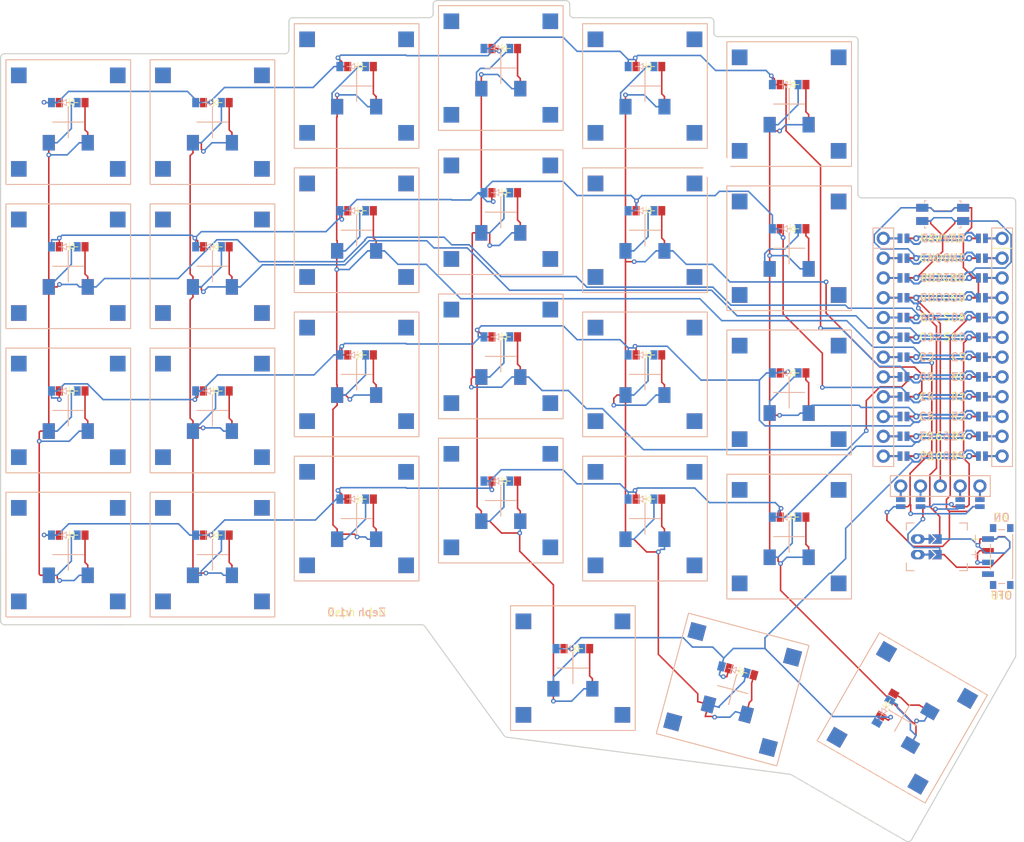
<source format=kicad_pcb>
(kicad_pcb (version 20240108) (generator "pcbnew") (generator_version "8.0")
  (title_block (title "zeph_wireless") (date "2025-03-02") (rev "0.2") (company "ceoloide"))
  (layers (0 "F.Cu" signal) (31 "B.Cu" signal) (34 "B.Paste" user) (35 "F.Paste" user) (36 "B.SilkS" user "B.Silkscreen") (37 "F.SilkS" user "F.Silkscreen") (38 "B.Mask" user) (39 "F.Mask" user) (44 "Edge.Cuts" user))
  (net 0 "")
  (net 1 "C0")
  (net 2 "outer_bottom_B")
  (net 3 "outer_home_B")
  (net 4 "outer_top_B")
  (net 5 "outer_numbers_B")
  (net 6 "C1")
  (net 7 "pinky_bottom_B")
  (net 8 "pinky_home_B")
  (net 9 "pinky_top_B")
  (net 10 "pinky_numbers_B")
  (net 11 "C2")
  (net 12 "ring_bottom_B")
  (net 13 "ring_home_B")
  (net 14 "ring_top_B")
  (net 15 "ring_numbers_B")
  (net 16 "C3")
  (net 17 "middle_bottom_B")
  (net 18 "middle_home_B")
  (net 19 "middle_top_B")
  (net 20 "middle_numbers_B")
  (net 21 "C4")
  (net 22 "index_bottom_B")
  (net 23 "index_home_B")
  (net 24 "index_top_B")
  (net 25 "index_numbers_B")
  (net 26 "C5")
  (net 27 "inner_bottom_B")
  (net 28 "inner_home_B")
  (net 29 "inner_top_B")
  (net 30 "inner_numbers_B")
  (net 31 "near_home_B")
  (net 32 "mid_home_B")
  (net 33 "far_home_B")
  (net 34 "R3")
  (net 35 "R2")
  (net 36 "R1")
  (net 37 "R0")
  (net 38 "R4")
  (net 39 "outer_bottom_F")
  (net 40 "outer_home_F")
  (net 41 "outer_top_F")
  (net 42 "outer_numbers_F")
  (net 43 "pinky_bottom_F")
  (net 44 "pinky_home_F")
  (net 45 "pinky_top_F")
  (net 46 "pinky_numbers_F")
  (net 47 "ring_bottom_F")
  (net 48 "ring_home_F")
  (net 49 "ring_top_F")
  (net 50 "ring_numbers_F")
  (net 51 "middle_bottom_F")
  (net 52 "middle_home_F")
  (net 53 "middle_top_F")
  (net 54 "middle_numbers_F")
  (net 55 "index_bottom_F")
  (net 56 "index_home_F")
  (net 57 "index_top_F")
  (net 58 "index_numbers_F")
  (net 59 "inner_bottom_F")
  (net 60 "inner_home_F")
  (net 61 "inner_top_F")
  (net 62 "inner_numbers_F")
  (net 63 "near_home_F")
  (net 64 "mid_home_F")
  (net 65 "far_home_F")
  (net 66 "RAW")
  (net 67 "GND")
  (net 68 "RST")
  (net 69 "VCC")
  (net 70 "P16")
  (net 71 "P10")
  (net 72 "LED")
  (net 73 "DAT")
  (net 74 "SDA")
  (net 75 "SCL")
  (net 76 "CS")
  (net 77 "MCU1_24")
  (net 78 "MCU1_1")
  (net 79 "MCU1_23")
  (net 80 "MCU1_2")
  (net 81 "MCU1_22")
  (net 82 "MCU1_3")
  (net 83 "MCU1_21")
  (net 84 "MCU1_4")
  (net 85 "MCU1_20")
  (net 86 "MCU1_5")
  (net 87 "MCU1_19")
  (net 88 "MCU1_6")
  (net 89 "MCU1_18")
  (net 90 "MCU1_7")
  (net 91 "MCU1_17")
  (net 92 "MCU1_8")
  (net 93 "MCU1_16")
  (net 94 "MCU1_9")
  (net 95 "MCU1_15")
  (net 96 "MCU1_10")
  (net 97 "MCU1_14")
  (net 98 "MCU1_11")
  (net 99 "MCU1_13")
  (net 100 "MCU1_12")
  (net 101 "DISP1_1")
  (net 102 "DISP1_2")
  (net 103 "DISP1_4")
  (net 104 "DISP1_5")
  (net 105 "BAT_P")
  (net 106 "JST1_1")
  (net 107 "JST1_2")
  (footprint "ceoloide:diode_tht_sod123" (layer "F.Cu") (at 193 95.1875)
    (property "Reference" "D48" (hide yes))
    (property "Value" "")
  )
  (footprint "CPG1316S01D02" (layer "F.Cu") (at 174 58.375)
    (property "Reference" "S46" (hide yes))
    (property "Value" "")
  )
  (footprint "ceoloide:diode_tht_sod123" (layer "F.Cu") (at 174.5 74.375)
    (property "Reference" "D45" (hide yes))
    (property "Value" "")
  )
  (footprint "CPG1316S01D02" (layer "F.Cu") (at 192.5 79.1875)
    (property "Reference" "S49" (hide yes))
    (property "Value" "")
  )
  (footprint "CPG1316S01D02" (layer "F.Cu") (at 137 95.375)
    (property "Reference" "S36" (hide yes))
    (property "Value" "")
  )
  (footprint "CPG1316S01D02" (layer "F.Cu") (at 174 39.875)
    (property "Reference" "S47" (hide yes))
    (property "Value" "")
  )
  (footprint "ceoloide:diode_tht_sod123" (layer "F.Cu") (at 174.5 92.875)
    (property "Reference" "D44" (hide yes))
    (property "Value" "")
  )
  (footprint "ceoloide:display_nice_view" (layer "F.Cu") (at 211.897 74.5)
    (property "Reference" "DISP1" (hide yes))
    (property "Value" "")
  )
  (footprint "ceoloide:diode_tht_sod123" (layer "F.Cu") (at 156 35.0625)
    (property "Reference" "D43" (hide yes))
    (property "Value" "")
  )
  (footprint "ceoloide:diode_tht_sod123" (layer "F.Cu") (at 100.5 42)
    (property "Reference" "D31" (hide yes))
    (property "Value" "")
  )
  (footprint "ceoloide:diode_tht_sod123" (layer "F.Cu") (at 193 58.1875)
    (property "Reference" "D50" (hide yes))
    (property "Value" "")
  )
  (footprint "ceoloide:diode_tht_sod123" (layer "F.Cu") (at 174.5 37.375)
    (property "Reference" "D47" (hide yes))
    (property "Value" "")
  )
  (footprint "ceoloide:mounting_hole_npth" (layer "F.Cu") (at 183.218 50.2985)
    (property "Reference" "MH5" (hide yes))
    (property "Value" "")
  )
  (footprint "ceoloide:mounting_hole_npth" (layer "F.Cu") (at 196.7246 115.0067 60)
    (property "Reference" "MH7" (hide yes))
    (property "Value" "")
  )
  (footprint "ceoloide:diode_tht_sod123" (layer "F.Cu") (at 137.5 55.875)
    (property "Reference" "D38" (hide yes))
    (property "Value" "")
  )
  (footprint "CPG1316S01D02" (layer "F.Cu") (at 137 76.875)
    (property "Reference" "S37" (hide yes))
    (property "Value" "")
  )
  (footprint "ceoloide:diode_tht_sod123" (layer "F.Cu") (at 137.5 92.875)
    (property "Reference" "D36" (hide yes))
    (property "Value" "")
  )
  (footprint "ceoloide:reset_switch_smd_side" (layer "F.Cu") (at 212.204 56.3475)
    (property "Reference" "RST1" (hide yes))
    (property "Value" "")
  )
  (footprint "ceoloide:diode_tht_sod123" (layer "F.Cu") (at 193 76.6875)
    (property "Reference" "D49" (hide yes))
    (property "Value" "")
  )
  (footprint "ceoloide:power_switch_smd_side" (layer "F.Cu") (at 219.75 100.25)
    (property "Reference" "PWR1" (hide yes))
    (property "Value" "")
  )
  (footprint "CPG1316S01D02" (layer "F.Cu") (at 174 95.375)
    (property "Reference" "S44" (hide yes))
    (property "Value" "")
  )
  (footprint "ceoloide:mcu_nice_nano" (layer "F.Cu") (at 212.204 72.12)
    (property "Reference" "MCU1" (hide yes))
    (property "Value" "")
  )
  (footprint "CPG1316S01D02" (layer "F.Cu") (at 164.75 114.5625)
    (property "Reference" "S52" (hide yes))
    (property "Value" "")
  )
  (footprint "ceoloide:diode_tht_sod123" (layer "F.Cu") (at 119 60.5)
    (property "Reference" "D34" (hide yes))
    (property "Value" "")
  )
  (footprint "ceoloide:diode_tht_sod123" (layer "F.Cu") (at 100.5 60.5)
    (property "Reference" "D30" (hide yes))
    (property "Value" "")
  )
  (footprint "ceoloide:diode_tht_sod123" (layer "F.Cu") (at 100.5 79)
    (property "Reference" "D29" (hide yes))
    (property "Value" "")
  )
  (footprint "ceoloide:battery_connector_jst_ph_2" (layer "F.Cu") (at 209 99 90)
    (property "Reference" "JST1" (hide yes))
    (property "Value" "")
  )
  (footprint "CPG1316S01D02" (layer "F.Cu") (at 100 81.5)
    (property "Reference" "S29" (hide yes))
    (property "Value" "")
  )
  (footprint "CPG1316S01D02" (layer "F.Cu") (at 192.5 42.1875)
    (property "Reference" "S51" (hide yes))
    (property "Value" "")
  )
  (footprint "ceoloide:diode_tht_sod123" (layer "F.Cu") (at 137.5 37.375)
    (property "Reference" "D39" (hide yes))
    (property "Value" "")
  )
  (footprint "ceoloide:diode_tht_sod123" (layer "F.Cu") (at 156 72.0625)
    (property "Reference" "D41" (hide yes))
    (property "Value" "")
  )
  (footprint "CPG1316S01D02" (layer "F.Cu") (at 174 76.875)
    (property "Reference" "S45" (hide yes))
    (property "Value" "")
  )
  (footprint "ceoloide:diode_tht_sod123" (layer "F.Cu") (at 100.5 97.5)
    (property "Reference" "D28" (hide yes))
    (property "Value" "")
  )
  (footprint "CPG1316S01D02" (layer "F.Cu") (at 155.5 37.5625)
    (property "Reference" "S43" (hide yes))
    (property "Value" "")
  )
  (footprint "ceoloide:diode_tht_sod123" (layer "F.Cu") (at 156 90.5625)
    (property "Reference" "D40" (hide yes))
    (property "Value" "")
  )
  (footprint "ceoloide:diode_tht_sod123" (layer "F.Cu") (at 119 97.5)
    (property "Reference" "D32" (hide yes))
    (property "Value" "")
  )
  (footprint "ceoloide:mounting_hole_npth" (layer "F.Cu") (at 109.25 90.75)
    (property "Reference" "MH4" (hide yes))
    (property "Value" "")
  )
  (footprint "CPG1316S01D02" (layer "F.Cu") (at 155.5 56.0625)
    (property "Reference" "S42" (hide yes))
    (property "Value" "")
  )
  (footprint "CPG1316S01D02" (layer "F.Cu") (at 207.0138 120.9472 60)
    (property "Reference" "S54" (hide yes))
    (property "Value" "")
  )
  (footprint "CPG1316S01D02" (layer "F.Cu") (at 185.25 117.3125 -15)
    (property "Reference" "S53" (hide yes))
    (property "Value" "")
  )
  (footprint "CPG1316S01D02" (layer "F.Cu") (at 100 44.5)
    (property "Reference" "S31" (hide yes))
    (property "Value" "")
  )
  (footprint "CPG1316S01D02" (layer "F.Cu") (at 100 63)
    (property "Reference" "S30" (hide yes))
    (property "Value" "")
  )
  (footprint "CPG1316S01D02" (layer "F.Cu") (at 192.5 60.6875)
    (property "Reference" "S50" (hide yes))
    (property "Value" "")
  )
  (footprint "CPG1316S01D02" (layer "F.Cu") (at 118.5 63)
    (property "Reference" "S34" (hide yes))
    (property "Value" "")
  )
  (footprint "ceoloide:mounting_hole_npth" (layer "F.Cu") (at 109.25 53.75)
    (property "Reference" "MH3" (hide yes))
    (property "Value" "")
  )
  (footprint "ceoloide:diode_tht_sod123" (layer "F.Cu") (at 205.0988 119.2642 60)
    (property "Reference" "D54" (hide yes))
    (property "Value" "")
  )
  (footprint "CPG1316S01D02" (layer "F.Cu") (at 155.5 74.5625)
    (property "Reference" "S41" (hide yes))
    (property "Value" "")
  )
  (footprint "CPG1316S01D02" (layer "F.Cu") (at 137 39.875)
    (property "Reference" "S39" (hide yes))
    (property "Value" "")
  )
  (footprint "ceoloide:diode_tht_sod123" (layer "F.Cu") (at 165.25 112.0625)
    (property "Reference" "D52" (hide yes))
    (property "Value" "")
  )
  (footprint "ceoloide:diode_tht_sod123" (layer "F.Cu") (at 156 53.5625)
    (property "Reference" "D42" (hide yes))
    (property "Value" "")
  )
  (footprint "ceoloide:mounting_hole_npth" (layer "F.Cu") (at 218.969 108.7575)
    (property "Reference" "MH2" (hide yes))
    (property "Value" "")
  )
  (footprint "CPG1316S01D02" (layer "F.Cu") (at 118.5 44.5)
    (property "Reference" "S35" (hide yes))
    (property "Value" "")
  )
  (footprint "ceoloide:diode_tht_sod123" (layer "F.Cu") (at 193 39.6875)
    (property "Reference" "D51" (hide yes))
    (property "Value" "")
  )
  (footprint "ceoloide:diode_tht_sod123" (layer "F.Cu") (at 119 79)
    (property "Reference" "D33" (hide yes))
    (property "Value" "")
  )
  (footprint "ceoloide:diode_tht_sod123" (layer "F.Cu") (at 186.38 115.0271 -15)
    (property "Reference" "D53" (hide yes))
    (property "Value" "")
  )
  (footprint "CPG1316S01D02" (layer "F.Cu") (at 118.5 100)
    (property "Reference" "S32" (hide yes))
    (property "Value" "")
  )
  (footprint "CPG1316S01D02" (layer "F.Cu") (at 100 100)
    (property "Reference" "S28" (hide yes))
    (property "Value" "")
  )
  (footprint "CPG1316S01D02" (layer "F.Cu") (at 155.5 93.0625)
    (property "Reference" "S40" (hide yes))
    (property "Value" "")
  )
  (footprint "ceoloide:diode_tht_sod123" (layer "F.Cu") (at 119 42)
    (property "Reference" "D35" (hide yes))
    (property "Value" "")
  )
  (footprint "CPG1316S01D02" (layer "F.Cu") (at 137 58.375)
    (property "Reference" "S38" (hide yes))
    (property "Value" "")
  )
  (footprint "ceoloide:diode_tht_sod123" (layer "F.Cu") (at 174.5 55.875)
    (property "Reference" "D46" (hide yes))
    (property "Value" "")
  )
  (footprint "ceoloide:mounting_hole_npth" (layer "F.Cu") (at 151.157 107.615)
    (property "Reference" "MH6" (hide yes))
    (property "Value" "")
  )
  (footprint "ceoloide:mounting_hole_npth" (layer "F.Cu") (at 204.927 100.4635)
    (property "Reference" "MH1" (hide yes))
    (property "Value" "")
  )
  (footprint "ceoloide:diode_tht_sod123" (layer "F.Cu") (at 137.5 74.375)
    (property "Reference" "D37" (hide yes))
    (property "Value" "")
  )
  (footprint "CPG1316S01D02" (layer "F.Cu") (at 192.5 97.6875)
    (property "Reference" "S48" (hide yes))
    (property "Value" "")
  )
  (footprint "CPG1316S01D02" (layer "F.Cu") (at 118.5 81.5)
    (property "Reference" "S33" (hide yes))
    (property "Value" "")
  )
  (footprint "CPG1316S01D02" (layer "B.Cu") (at 155.5 56.0625)
    (property "Reference" "S15" (hide yes))
    (property "Value" "")
  )
  (footprint "CPG1316S01D02" (layer "B.Cu") (at 174 76.875)
    (property "Reference" "S18" (hide yes))
    (property "Value" "")
  )
  (footprint "CPG1316S01D02" (layer "B.Cu") (at 100 81.5)
    (property "Reference" "S2" (hide yes))
    (property "Value" "")
  )
  (footprint "CPG1316S01D02" (layer "B.Cu") (at 185.25 117.3125 -15)
    (property "Reference" "S26" (hide yes))
    (property "Value" "")
  )
  (footprint "ceoloide:diode_tht_sod123" (layer "B.Cu") (at 192 58.1875)
    (property "Reference" "D23" (hide yes))
    (property "Value" "")
  )
  (footprint "CPG1316S01D02" (layer "B.Cu") (at 155.5 93.0625)
    (property "Reference" "S13" (hide yes))
    (property "Value" "")
  )
  (footprint "CPG1316S01D02" (layer "B.Cu") (at 137 39.875)
    (property "Reference" "S12" (hide yes))
    (property "Value" "")
  )
  (footprint "CPG1316S01D02" (layer "B.Cu") (at 137 95.375)
    (property "Reference" "S9" (hide yes))
    (property "Value" "")
  )
  (footprint "ceoloide:diode_tht_sod123" (layer "B.Cu") (at 99.5 60.5)
    (property "Reference" "D3" (hide yes))
    (property "Value" "")
  )
  (footprint "ceoloide:diode_tht_sod123" (layer "B.Cu") (at 118 60.5)
    (property "Reference" "D7" (hide yes))
    (property "Value" "")
  )
  (footprint "CPG1316S01D02" (layer "B.Cu") (at 155.5 37.5625)
    (property "Reference" "S16" (hide yes))
    (property "Value" "")
  )
  (footprint "ceoloide:diode_tht_sod123" (layer "B.Cu") (at 155 53.5625)
    (property "Reference" "D15" (hide yes))
    (property "Value" "")
  )
  (footprint "CPG1316S01D02" (layer "B.Cu") (at 174 39.875)
    (property "Reference" "S20" (hide yes))
    (property "Value" "")
  )
  (footprint "CPG1316S01D02" (layer "B.Cu") (at 118.5 100)
    (property "Reference" "S5" (hide yes))
    (property "Value" "")
  )
  (footprint "ceoloide:diode_tht_sod123" (layer "B.Cu") (at 192 39.6875)
    (property "Reference" "D24" (hide yes))
    (property "Value" "")
  )
  (footprint "ceoloide:diode_tht_sod123" (layer "B.Cu") (at 173.5 74.375)
    (property "Reference" "D18" (hide yes))
    (property "Value" "")
  )
  (footprint "ceoloide:diode_tht_sod123" (layer "B.Cu") (at 204.5988 120.1303 60)
    (property "Reference" "D27" (hide yes))
    (property "Value" "")
  )
  (footprint "CPG1316S01D02" (layer "B.Cu") (at 100 44.5)
    (property "Reference" "S4" (hide yes))
    (property "Value" "")
  )
  (footprint "ceoloide:diode_tht_sod123" (layer "B.Cu") (at 155 72.0625)
    (property "Reference" "D14" (hide yes))
    (property "Value" "")
  )
  (footprint "ceoloide:diode_tht_sod123" (layer "B.Cu") (at 155 35.0625)
    (property "Reference" "D16" (hide yes))
    (property "Value" "")
  )
  (footprint "CPG1316S01D02" (layer "B.Cu") (at 118.5 44.5)
    (property "Reference" "S8" (hide yes))
    (property "Value" "")
  )
  (footprint "ceoloide:diode_tht_sod123" (layer "B.Cu") (at 99.5 79)
    (property "Reference" "D2" (hide yes))
    (property "Value" "")
  )
  (footprint "CPG1316S01D02" (layer "B.Cu") (at 192.5 79.1875)
    (property "Reference" "S22" (hide yes))
    (property "Value" "")
  )
  (footprint "CPG1316S01D02" (layer "B.Cu") (at 174 58.375)
    (property "Reference" "S19" (hide yes))
    (property "Value" "")
  )
  (footprint "CPG1316S01D02" (layer "B.Cu") (at 155.5 74.5625)
    (property "Reference" "S14" (hide yes))
    (property "Value" "")
  )
  (footprint "CPG1316S01D02" (layer "B.Cu") (at 192.5 42.1875)
    (property "Reference" "S24" (hide yes))
    (property "Value" "")
  )
  (footprint "CPG1316S01D02" (layer "B.Cu") (at 164.75 114.5625)
    (property "Reference" "S25" (hide yes))
    (property "Value" "")
  )
  (footprint "ceoloide:diode_tht_sod123" (layer "B.Cu") (at 99.5 42)
    (property "Reference" "D4" (hide yes))
    (property "Value" "")
  )
  (footprint "ceoloide:diode_tht_sod123" (layer "B.Cu") (at 173.5 37.375)
    (property "Reference" "D20" (hide yes))
    (property "Value" "")
  )
  (footprint "CPG1316S01D02" (layer "B.Cu") (at 137 76.875)
    (property "Reference" "S10" (hide yes))
    (property "Value" "")
  )
  (footprint "ceoloide:diode_tht_sod123" (layer "B.Cu") (at 99.5 97.5)
    (property "Reference" "D1" (hide yes))
    (property "Value" "")
  )
  (footprint "CPG1316S01D02" (layer "B.Cu") (at 192.5 97.6875)
    (property "Reference" "S21" (hide yes))
    (property "Value" "")
  )
  (footprint "CPG1316S01D02" (layer "B.Cu") (at 174 95.375)
    (property "Reference" "S17" (hide yes))
    (property "Value" "")
  )
  (footprint "CPG1316S01D02" (layer "B.Cu") (at 100 100)
    (property "Reference" "S1" (hide yes))
    (property "Value" "")
  )
  (footprint "ceoloide:diode_tht_sod123" (layer "B.Cu") (at 185.4141 114.7683 -15)
    (property "Reference" "D26" (hide yes))
    (property "Value" "")
  )
  (footprint "ceoloide:diode_tht_sod123" (layer "B.Cu") (at 136.5 37.375)
    (property "Reference" "D12" (hide yes))
    (property "Value" "")
  )
  (footprint "ceoloide:diode_tht_sod123" (layer "B.Cu") (at 136.5 55.875)
    (property "Reference" "D11" (hide yes))
    (property "Value" "")
  )
  (footprint "ceoloide:diode_tht_sod123" (layer "B.Cu") (at 136.5 74.375)
    (property "Reference" "D10" (hide yes))
    (property "Value" "")
  )
  (footprint "ceoloide:diode_tht_sod123" (layer "B.Cu") (at 155 90.5625)
    (property "Reference" "D13" (hide yes))
    (property "Value" "")
  )
  (footprint "ceoloide:diode_tht_sod123" (layer "B.Cu") (at 118 97.5)
    (property "Reference" "D5" (hide yes))
    (property "Value" "")
  )
  (footprint "ceoloide:diode_tht_sod123" (layer "B.Cu") (at 164.25 112.0625)
    (property "Reference" "D25" (hide yes))
    (property "Value" "")
  )
  (footprint "ceoloide:diode_tht_sod123" (layer "B.Cu") (at 173.5 55.875)
    (property "Reference" "D19" (hide yes))
    (property "Value" "")
  )
  (footprint "ceoloide:diode_tht_sod123" (layer "B.Cu") (at 192 76.6875)
    (property "Reference" "D22" (hide yes))
    (property "Value" "")
  )
  (footprint "ceoloide:diode_tht_sod123" (layer "B.Cu") (at 192 95.1875)
    (property "Reference" "D21" (hide yes))
    (property "Value" "")
  )
  (footprint "CPG1316S01D02" (layer "B.Cu") (at 137 58.375)
    (property "Reference" "S11" (hide yes))
    (property "Value" "")
  )
  (footprint "ceoloide:diode_tht_sod123" (layer "B.Cu") (at 136.5 92.875)
    (property "Reference" "D9" (hide yes))
    (property "Value" "")
  )
  (footprint "CPG1316S01D02" (layer "B.Cu") (at 207.0138 120.9472 60)
    (property "Reference" "S27" (hide yes))
    (property "Value" "")
  )
  (footprint "ceoloide:diode_tht_sod123" (layer "B.Cu") (at 118 42)
    (property "Reference" "D8" (hide yes))
    (property "Value" "")
  )
  (footprint "ceoloide:diode_tht_sod123" (layer "B.Cu") (at 173.5 92.875)
    (property "Reference" "D17" (hide yes))
    (property "Value" "")
  )
  (footprint "CPG1316S01D02" (layer "B.Cu") (at 100 63)
    (property "Reference" "S3" (hide yes))
    (property "Value" "")
  )
  (footprint "CPG1316S01D02" (layer "B.Cu") (at 192.5 60.6875)
    (property "Reference" "S23" (hide yes))
    (property "Value" "")
  )
  (footprint "CPG1316S01D02" (layer "B.Cu") (at 118.5 63)
    (property "Reference" "S7" (hide yes))
    (property "Value" "")
  )
  (footprint "CPG1316S01D02" (layer "B.Cu") (at 118.5 81.5)
    (property "Reference" "S6" (hide yes))
    (property "Value" "")
  )
  (footprint "ceoloide:diode_tht_sod123" (layer "B.Cu") (at 118 79)
    (property "Reference" "D6" (hide yes))
    (property "Value" "")
  )
  (gr_arc (start 156.258589 123.427964) (mid 156.067728 123.361823) (end 155.918609 123.225565) (stroke (width 0.15)) (layer "Edge.Cuts"))
  (gr_line (start 147.315 28.9095) (end 163.843 28.9095) (stroke (width 0.15)) (layer "Edge.Cuts"))
  (gr_line (start 146.815 30.6025) (end 146.815 29.4095) (stroke (width 0.15)) (layer "Edge.Cuts"))
  (gr_arc (start 146.815 30.6025) (mid 146.668553 30.956053) (end 146.315 31.1025) (stroke (width 0.15)) (layer "Edge.Cuts"))
  (gr_arc (start 182.343 31.1025) (mid 182.696553 31.248947) (end 182.843 31.6025) (stroke (width 0.15)) (layer "Edge.Cuts"))
  (gr_arc (start 192.592389 128.184877) (mid 192.688034 128.207118) (end 192.777482 128.247634) (stroke (width 0.15)) (layer "Edge.Cuts"))
  (gr_arc (start 164.843 31.1025) (mid 164.489447 30.956053) (end 164.343 30.6025) (stroke (width 0.15)) (layer "Edge.Cuts"))
  (gr_line (start 207.528025 136.763864) (end 192.777482 128.247634) (stroke (width 0.15)) (layer "Edge.Cuts"))
  (gr_line (start 201.818604 54.2275) (end 221.068 54.2275) (stroke (width 0.15)) (layer "Edge.Cuts"))
  (gr_arc (start 163.843 28.9095) (mid 164.196553 29.055947) (end 164.343 29.4095) (stroke (width 0.15)) (layer "Edge.Cuts"))
  (gr_arc (start 183.342959 33.533041) (mid 182.989418 33.386582) (end 182.843 33.033041) (stroke (width 0.15)) (layer "Edge.Cuts"))
  (gr_arc (start 201.818604 54.2275) (mid 201.464835 54.080841) (end 201.318605 53.726896) (stroke (width 0.15)) (layer "Edge.Cuts"))
  (gr_arc (start 128.315 31.6025) (mid 128.461447 31.248947) (end 128.815 31.1025) (stroke (width 0.15)) (layer "Edge.Cuts"))
  (gr_arc (start 200.842436 33.534459) (mid 201.196194 33.68113) (end 201.342395 34.035064) (stroke (width 0.15)) (layer "Edge.Cuts"))
  (gr_arc (start 146.815 29.4095) (mid 146.961447 29.055947) (end 147.315 28.9095) (stroke (width 0.15)) (layer "Edge.Cuts"))
  (gr_line (start 128.815 31.1025) (end 146.315 31.1025) (stroke (width 0.15)) (layer "Edge.Cuts"))
  (gr_arc (start 145.352317 108.995012) (mid 145.579599 109.049665) (end 145.757227 109.201641) (stroke (width 0.15)) (layer "Edge.Cuts"))
  (gr_arc (start 221.068 54.2275) (mid 221.421553 54.373947) (end 221.568 54.7275) (stroke (width 0.15)) (layer "Edge.Cuts"))
  (gr_line (start 201.342395 34.035063) (end 201.318605 53.726896) (stroke (width 0.15)) (layer "Edge.Cuts"))
  (gr_line (start 221.253 113.634096) (end 208.212721 136.577913) (stroke (width 0.15)) (layer "Edge.Cuts"))
  (gr_arc (start 91.817009 108.997477) (mid 91.463463 108.851037) (end 91.316986 108.497491) (stroke (width 0.15)) (layer "Edge.Cuts"))
  (gr_line (start 183.342959 33.533041) (end 200.842436 33.534459) (stroke (width 0.15)) (layer "Edge.Cuts"))
  (gr_arc (start 221.568 112.954525) (mid 221.550957 113.083932) (end 221.501013 113.204525) (stroke (width 0.15)) (layer "Edge.Cuts"))
  (gr_line (start 192.592389 128.184877) (end 156.258589 123.427964) (stroke (width 0.15)) (layer "Edge.Cuts"))
  (gr_line (start 164.843 31.1025) (end 182.343 31.1025) (stroke (width 0.15)) (layer "Edge.Cuts"))
  (gr_arc (start 91.315014 36.2275) (mid 91.461457 35.873957) (end 91.815 35.727486) (stroke (width 0.15)) (layer "Edge.Cuts"))
  (gr_line (start 155.918609 123.225565) (end 145.757227 109.201641) (stroke (width 0.15)) (layer "Edge.Cuts"))
  (gr_arc (start 128.315 35.226514) (mid 128.168553 35.580054) (end 127.815013 35.726514) (stroke (width 0.15)) (layer "Edge.Cuts"))
  (gr_line (start 182.843 31.6025) (end 182.843 33.033041) (stroke (width 0.15)) (layer "Edge.Cuts"))
  (gr_line (start 164.343 29.4095) (end 164.343 30.6025) (stroke (width 0.15)) (layer "Edge.Cuts"))
  (gr_line (start 128.315 35.226514) (end 128.315 31.6025) (stroke (width 0.15)) (layer "Edge.Cuts"))
  (gr_line (start 145.352317 108.995012) (end 91.817009 108.997477) (stroke (width 0.15)) (layer "Edge.Cuts"))
  (gr_arc (start 208.212721 136.577914) (mid 207.909064 136.813366) (end 207.528025 136.763864) (stroke (width 0.15)) (layer "Edge.Cuts"))
  (gr_line (start 91.316986 108.497491) (end 91.315014 36.2275) (stroke (width 0.15)) (layer "Edge.Cuts"))
  (gr_line (start 221.568 54.7275) (end 221.568 112.954525) (stroke (width 0.15)) (layer "Edge.Cuts"))
  (gr_line (start 91.815 35.727486) (end 127.815014 35.726514) (stroke (width 0.15)) (layer "Edge.Cuts"))
  (gr_line (start 221.501013 113.204525) (end 221.253 113.634096) (stroke (width 0.15)) (layer "Edge.Cuts"))
  (gr_text "Zeph v1.0" (at 137 107.4 0) (layer "B.SilkS") (effects (font (size 1 1)) (justify mirror)))
  (gr_text "Zeph v1.0" (at 137 107.4 0) (layer "F.SilkS") (effects (font (size 1 1))))
  (segment (start 97.5 48.7065) (end 97.5 65.65) (width 0.2) (layer "F.Cu") (net 1))
  (segment (start 207.624 69.58) (end 208.804 69.58) (width 0.25) (layer "F.Cu") (net 1))
  (segment (start 98.5767 102.65) (end 98.5767 103.0041) (width 0.2) (layer "F.Cu") (net 1))
  (segment (start 96.9617 102.65) (end 96.4233 102.65) (width 0.2) (layer "F.Cu") (net 1))
  (segment (start 97.5 84.15) (end 96.4233 84.15) (width 0.2) (layer "F.Cu") (net 1))
  (segment (start 96.2739 85.4517) (end 96.2739 102.5006) (width 0.2) (layer "F.Cu") (net 1))
  (segment (start 96.9617 102.65) (end 97.5 102.65) (width 0.2) (layer "F.Cu") (net 1))
  (segment (start 98.5767 65.65) (end 98.5767 65.6359) (width 0.2) (layer "F.Cu") (net 1))
  (segment (start 96.2739 84.2994) (end 96.2739 85.4517) (width 0.2) (layer "F.Cu") (net 1))
  (segment (start 97.5 83.4991) (end 97.5 84.15) (width 0.2) (layer "F.Cu") (net 1))
  (segment (start 97.5 65.65) (end 98.5767 65.65) (width 0.2) (layer "F.Cu") (net 1))
  (segment (start 97.5 65.65) (end 97.5 82.8483) (width 0.2) (layer "F.Cu") (net 1))
  (segment (start 96.4233 84.15) (end 96.2739 84.2994) (width 0.2) (layer "F.Cu") (net 1))
  (segment (start 97.5 47.15) (end 97.5 48.7065) (width 0.2) (layer "F.Cu") (net 1))
  (segment (start 98.5767 103.0041) (end 98.8963 103.3237) (width 0.2) (layer "F.Cu") (net 1))
  (segment (start 98.5767 65.6359) (end 98.8775 65.3351) (width 0.2) (layer "F.Cu") (net 1))
  (segment (start 97.5 83.4991) (end 97.5 82.8483) (width 0.2) (layer "F.Cu") (net 1))
  (segment (start 96.2739 102.5006) (end 96.4233 102.65) (width 0.2) (layer "F.Cu") (net 1))
  (segment (start 97.5 102.65) (end 98.5767 102.65) (width 0.2) (layer "F.Cu") (net 1))
  (via (at 97.5 48.7065) (size 0.6) (drill 0.3) (layers "F.Cu" "B.Cu") (net 1))
  (via (at 96.2739 85.4517) (size 0.6) (drill 0.3) (layers "F.Cu" "B.Cu") (net 1))
  (via (at 98.8775 65.3351) (size 0.6) (drill 0.3) (layers "F.Cu" "B.Cu") (net 1))
  (via (at 98.8963 103.3237) (size 0.6) (drill 0.3) (layers "F.Cu" "B.Cu") (net 1))
  (segment (start 182.7125 65.6767) (end 185.025 67.9892) (width 0.2) (layer "B.Cu") (net 1))
  (segment (start 121.7033 59.5983) (end 124.5179 62.4129) (width 0.2) (layer "B.Cu") (net 1))
  (segment (start 216.629 69.58) (end 215.904 68.855) (width 0.25) (layer "B.Cu") (net 1))
  (segment (start 165.168 64.3197) (end 166.525 65.6767) (width 0.2) (layer "B.Cu") (net 1))
  (segment (start 215.304 68.855) (end 214.799 69.36) (width 0.25) (layer "B.Cu") (net 1))
  (segment (start 101.1084 65.3351) (end 98.8775 65.3351) (width 0.2) (layer "B.Cu") (net 1))
  (segment (start 101.4233 102.65) (end 100.7496 103.3237) (width 0.2) (layer "B.Cu") (net 1))
  (segment (start 148.2362 59.2726) (end 149.2095 60.2459) (width 0.2) (layer "B.Cu") (net 1))
  (segment (start 101.4233 65.65) (end 101.1084 65.3351) (width 0.2) (layer "B.Cu") (net 1))
  (segment (start 102.5 47.15) (end 101.4233 47.15) (width 0.2) (layer "B.Cu") (net 1))
  (segment (start 209.024 69.36) (end 208.804 69.58) (width 0.2) (layer "B.Cu") (net 1))
  (segment (start 151.4479 60.2459) (end 155.5216 64.3196) (width 0.2) (layer "B.Cu") (net 1))
  (segment (start 149.2095 60.2459) (end 151.4479 60.2459) (width 0.2) (layer "B.Cu") (net 1))
  (segment (start 138.3759 59.2726) (end 148.2362 59.2726) (width 0.2) (layer "B.Cu") (net 1))
  (segment (start 101.9617 65.65) (end 102.5 65.65) (width 0.2) (layer "B.Cu") (net 1))
  (segment (start 135.3356 62.4129) (end 138.0757 59.6728) (width 0.2) (layer "B.Cu") (net 1))
  (segment (start 119.0654 59.5983) (end 121.7033 59.5983) (width 0.2) (layer "B.Cu") (net 1))
  (segment (start 214.799 69.36) (end 209.2089 69.36) (width 0.25) (layer "B.Cu") (net 1))
  (segment (start 99.8668 48.7065) (end 97.5 48.7065) (width 0.2) (layer "B.Cu") (net 1))
  (segment (start 215.904 68.855) (end 215.304 68.855) (width 0.25) (layer "B.Cu") (net 1))
  (segment (start 102.5 65.65) (end 103.5767 65.65) (width 0.2) (layer "B.Cu") (net 1))
  (segment (start 104.6534 64.5733) (end 114.0904 64.5733) (width 0.2) (layer "B.Cu") (net 1))
  (segment (start 165.168 64.3196) (end 165.168 64.3197) (width 0.2) (layer "B.Cu") (net 1))
  (segment (start 185.025 67.9892) (end 199.7131 67.9892) (width 0.2) (layer "B.Cu") (net 1))
  (segment (start 166.525 65.6767) (end 182.7125 65.6767) (width 0.2) (layer "B.Cu") (net 1))
  (segment (start 155.5216 64.3196) (end 165.168 64.3196) (width 0.2) (layer "B.Cu") (net 1))
  (segment (start 124.5179 62.4129) (end 135.3356 62.4129) (width 0.2) (layer "B.Cu") (net 1))
  (segment (start 100.1216 85.4517) (end 96.2739 85.4517) (width 0.2) (layer "B.Cu") (net 1))
  (segment (start 102.5 84.15) (end 101.4233 84.15) (width 0.2) (layer "B.Cu") (net 1))
  (segment (start 114.0904 64.5733) (end 119.0654 59.5983) (width 0.2) (layer "B.Cu") (net 1))
  (segment (start 101.4233 47.15) (end 99.8668 48.7065) (width 0.2) (layer "B.Cu") (net 1))
  (segment (start 101.4233 84.15) (end 100.1216 85.4517) (width 0.2) (layer "B.Cu") (net 1))
  (segment (start 209.2089 69.36) (end 209.024 69.36) (width 0.25) (layer "B.Cu") (net 1))
  (segment (start 102.5 102.65) (end 101.4233 102.65) (width 0.2) (layer "B.Cu") (net 1))
  (segment (start 103.5767 65.65) (end 104.6534 64.5733) (width 0.2) (layer "B.Cu") (net 1))
  (segment (start 101.9617 65.65) (end 101.4233 65.65) (width 0.2) (layer "B.Cu") (net 1))
  (segment (start 138.0757 59.6728) (end 138.0757 59.5728) (width 0.2) (layer "B.Cu") (net 1))
  (segment (start 208.2347 68.3858) (end 209.2089 69.36) (width 0.2) (layer "B.Cu") (net 1))
  (segment (start 199.7131 67.9892) (end 200.1097 68.3858) (width 0.2) (layer "B.Cu") (net 1))
  (segment (start 216.784 69.58) (end 216.629 69.58) (width 0.25) (layer "B.Cu") (net 1))
  (segment (start 100.7496 103.3237) (end 98.8963 103.3237) (width 0.2) (layer "B.Cu") (net 1))
  (segment (start 200.1097 68.3858) (end 208.2347 68.3858) (width 0.2) (layer "B.Cu") (net 1))
  (segment (start 216.979 69.58) (end 216.784 69.58) (width 0.25) (layer "B.Cu") (net 1))
  (segment (start 138.0757 59.5728) (end 138.3759 59.2726) (width 0.2) (layer "B.Cu") (net 1))
  (segment (start 97.5 102.65) (end 98.5767 102.65) (width 0.2) (layer "B.Cu") (net 2))
  (segment (start 100.3983 100.8284) (end 98.5767 102.65) (width 0.2) (layer "B.Cu") (net 2))
  (segment (start 101.15 97.5) (end 100.3983 97.5) (width 0.2) (layer "B.Cu") (net 2))
  (segment (start 100.3983 97.5) (end 100.3983 100.8284) (width 0.2) (layer "B.Cu") (net 2))
  (segment (start 100.3983 79) (end 100.3983 82.3284) (width 0.2) (layer "B.Cu") (net 3))
  (segment (start 97.5 84.15) (end 98.5767 84.15) (width 0.2) (layer "B.Cu") (net 3))
  (segment (start 101.15 79) (end 100.3983 79) (width 0.2) (layer "B.Cu") (net 3))
  (segment (start 100.3983 82.3284) (end 98.5767 84.15) (width 0.2) (layer "B.Cu") (net 3))
  (segment (start 100.3983 62.7517) (end 97.5 65.65) (width 0.2) (layer "B.Cu") (net 4))
  (segment (start 101.15 60.5) (end 100.3983 60.5) (width 0.2) (layer "B.Cu") (net 4))
  (segment (start 100.3983 60.5) (end 100.3983 62.7517) (width 0.2) (layer "B.Cu") (net 4))
  (segment (start 97.5 47.15) (end 98.5767 47.15) (width 0.2) (layer "B.Cu") (net 5))
  (segment (start 101.15 42) (end 100.3983 42) (width 0.2) (layer "B.Cu") (net 5))
  (segment (start 100.3983 45.3284) (end 98.5767 47.15) (width 0.2) (layer "B.Cu") (net 5))
  (segment (start 100.3983 42) (end 100.3983 45.3284) (width 0.2) (layer "B.Cu") (net 5))
  (segment (start 115.6362 82.4845) (end 116 82.8483) (width 0.2) (layer "F.Cu") (net 6))
  (segment (start 117.0767 47.9961) (end 117.0767 47.15) (width 0.2) (layer "F.Cu") (net 6))
  (segment (start 207.624 72.12) (end 208.804 72.12) (width 0.25) (layer "F.Cu") (net 6))
  (segment (start 116 65.65) (end 117.0767 65.65) (width 0.2) (layer "F.Cu") (net 6))
  (segment (start 115.6373 48.8144) (end 115.6373 63.9856) (width 0.2) (layer "F.Cu") (net 6))
  (segment (start 116 47.15) (end 116 48.4517) (width 0.2) (layer "F.Cu") (net 6))
  (segment (start 116 83.4991) (end 116 82.8483) (width 0.2) (layer "F.Cu") (net 6))
  (segment (start 116 83.4991) (end 116 83.7397) (width 0.2) (layer "F.Cu") (net 6))
  (segment (start 116 66.9517) (end 115.6362 67.3155) (width 0.2) (layer "F.Cu") (net 6))
  (segment (start 116 84.15) (end 116 102.3687) (width 0.2) (layer "F.Cu") (net 6))
  (segment (start 115.6362 67.3155) (end 115.6362 82.4845) (width 0.2) (layer "F.Cu") (net 6))
  (segment (start 116 65.65) (end 116 66.9517) (width 0.2) (layer "F.Cu") (net 6))
  (segment (start 116 83.7397) (end 117.3046 83.7397) (width 0.2) (layer "F.Cu") (net 6))
  (segment (start 115.6373 63.9856) (end 116 64.3483) (width 0.2) (layer "F.Cu") (net 6))
  (segment (start 116 64.9991) (end 116 64.3483) (width 0.2) (layer "F.Cu") (net 6))
  (segment (start 116 83.7397) (end 116 84.15) (width 0.2) (layer "F.Cu") (net 6))
  (segment (start 116 102.3687) (end 116 102.65) (width 0.2) (layer "F.Cu") (net 6))
  (segment (start 116 48.4517) (end 115.6373 48.8144) (width 0.2) (layer "F.Cu") (net 6))
  (segment (start 117.0767 66.0127) (end 117.0767 65.65) (width 0.2) (layer "F.Cu") (net 6))
  (segment (start 116 64.9991) (end 116 65.65) (width 0.2) (layer "F.Cu") (net 6))
  (segment (start 116 47.15) (end 117.0767 47.15) (width 0.2) (layer "F.Cu") (net 6))
  (segment (start 117.3371 66.2731) (end 117.0767 66.0127) (width 0.2) (layer "F.Cu") (net 6))
  (segment (start 116 102.3687) (end 117.6593 102.3687) (width 0.2) (layer "F.Cu") (net 6))
  (segment (start 117.3371 48.2565) (end 117.0767 47.9961) (width 0.2) (layer "F.Cu") (net 6))
  (via (at 117.3046 83.7397) (size 0.6) (drill 0.3) (layers "F.Cu" "B.Cu") (net 6))
  (via (at 117.6593 102.3687) (size 0.6) (drill 0.3) (layers "F.Cu" "B.Cu") (net 6))
  (via (at 117.3371 66.2731) (size 0.6) (drill 0.3) (layers "F.Cu" "B.Cu") (net 6))
  (via (at 117.3371 48.2565) (size 0.6) (drill 0.3) (layers "F.Cu" "B.Cu") (net 6))
  (segment (start 119.513 83.7397) (end 117.3046 83.7397) (width 0.2) (layer "B.Cu") (net 6))
  (segment (start 185.8264 69.3586) (end 201.0825 69.3586) (width 0.2) (layer "B.Cu") (net 6))
  (segment (start 201.0825 69.3586) (end 202.6505 70.9266) (width 0.2) (layer "B.Cu") (net 6))
  (segment (start 216.979 72.12) (end 216.784 72.12) (width 0.25) (layer "B.Cu") (net 6))
  (segment (start 202.6505 70.9266) (end 208.0506 70.9266) (width 0.2) (layer "B.Cu") (net 6))
  (segment (start 121 47.15) (end 118.4436 47.15) (width 0.2) (layer "B.Cu") (net 6))
  (segment (start 214.799 71.9) (end 209.024 71.9) (width 0.25) (layer "B.Cu") (net 6))
  (segment (start 146.0012 59.7218) (end 146.927 60.6476) (width 0.2) (layer "B.Cu") (net 6))
  (segment (start 216.629 72.12) (end 215.904 71.395) (width 0.25) (layer "B.Cu") (net 6))
  (segment (start 121 65.65) (end 122.0767 65.65) (width 0.2) (layer "B.Cu") (net 6))
  (segment (start 118.4436 47.15) (end 117.3371 48.2565) (width 0.2) (layer "B.Cu") (net 6))
  (segment (start 119.9233 84.15) (end 119.513 83.7397) (width 0.2) (layer "B.Cu") (net 6))
  (segment (start 208.0506 70.9266) (end 209.024 71.9) (width 0.2) (layer "B.Cu") (net 6))
  (segment (start 117.9602 65.65) (end 121 65.65) (width 0.2) (layer "B.Cu") (net 6))
  (segment (start 182.5462 66.0784) (end 185.8264 69.3586) (width 0.2) (layer "B.Cu") (net 6))
  (segment (start 119.642 102.3687) (end 119.9233 102.65) (width 0.2) (layer "B.Cu") (net 6))
  (segment (start 117.6593 102.3687) (end 119.642 102.3687) (width 0.2) (layer "B.Cu") (net 6))
  (segment (start 135.5019 62.8146) (end 138.5947 59.7218) (width 0.2) (layer "B.Cu") (net 6))
  (segment (start 215.904 71.395) (end 215.304 71.395) (width 0.25) (layer "B.Cu") (net 6))
  (segment (start 124.9121 62.8146) (end 135.5019 62.8146) (width 0.2) (layer "B.Cu") (net 6))
  (segment (start 117.3371 66.2731) (end 117.9602 65.65) (width 0.2) (layer "B.Cu") (net 6))
  (segment (start 138.5947 59.7218) (end 146.0012 59.7218) (width 0.2) (layer "B.Cu") (net 6))
  (segment (start 146.927 60.6476) (end 151.199 60.6476) (width 0.2) (layer "B.Cu") (net 6))
  (segment (start 216.784 72.12) (end 216.629 72.12) (width 0.25) (layer "B.Cu") (net 6))
  (segment (start 209.024 71.9) (end 208.804 72.12) (width 0.2) (layer "B.Cu") (net 6))
  (segment (start 121 84.15) (end 119.9233 84.15) (width 0.2) (layer "B.Cu") (net 6))
  (segment (start 122.0767 65.65) (end 124.9121 62.8146) (width 0.2) (layer "B.Cu") (net 6))
  (segment (start 151.199 60.6476) (end 156.6298 66.0784) (width 0.2) (layer "B.Cu") (net 6))
  (segment (start 215.304 71.395) (end 214.799 71.9) (width 0.25) (layer "B.Cu") (net 6))
  (segment (start 121 102.65) (end 119.9233 102.65) (width 0.2) (layer "B.Cu") (net 6))
  (segment (start 156.6298 66.0784) (end 182.5462 66.0784) (width 0.2) (layer "B.Cu") (net 6))
  (segment (start 119.65 97.5) (end 119.65 99.5272) (width 0.2) (layer "B.Cu") (net 7))
  (segment (start 117.0576 102.1196) (end 117.0576 102.6178) (width 0.2) (layer "B.Cu") (net 7))
  (segment (start 116 102.65) (end 117.0767 102.65) (width 0.2) (layer "B.Cu") (net 7))
  (segment (start 117.0832 102.6435) (end 117.0767 102.65) (width 0.2) (layer "B.Cu") (net 7))
  (segment (start 117.0832 102.6434) (end 117.0832 102.6435) (width 0.2) (layer "B.Cu") (net 7))
  (segment (start 119.65 99.5272) (end 117.0576 102.1196) (width 0.2) (layer "B.Cu") (net 7))
  (segment (start 117.0576 102.6178) (end 117.0832 102.6434) (width 0.2) (layer "B.Cu") (net 7))
  (segment (start 118.8983 81.2517) (end 116 84.15) (width 0.2) (layer "B.Cu") (net 8))
  (segment (start 118.8983 79) (end 118.8983 81.2517) (width 0.2) (layer "B.Cu") (net 8))
  (segment (start 119.65 79) (end 118.8983 79) (width 0.2) (layer "B.Cu") (net 8))
  (segment (start 119.65 60.5) (end 119.65 63.0767) (width 0.2) (layer "B.Cu") (net 9))
  (segment (start 119.65 63.0767) (end 117.0767 65.65) (width 0.2) (layer "B.Cu") (net 9))
  (segment (start 116 65.65) (end 117.0767 65.65) (width 0.2) (layer "B.Cu") (net 9))
  (segment (start 119.65 42) (end 119.65 44.5767) (width 0.2) (layer "B.Cu") (net 10))
  (segment (start 119.65 44.5767) (end 117.0767 47.15) (width 0.2) (layer "B.Cu") (net 10))
  (segment (start 116 47.15) (end 117.0767 47.15) (width 0.2) (layer "B.Cu") (net 10))
  (segment (start 134.5 97.3741) (end 134.5 96.7233) (width 0.2) (layer "F.Cu") (net 11))
  (segment (start 134.5 60.3741) (end 134.448 60.4261) (width 0.2) (layer "F.Cu") (net 11))
  (segment (start 134.448 60.4261) (end 134.448 63.4164) (width 0.2) (layer "F.Cu") (net 11))
  (segment (start 136.1315 80.0798) (end 135.5767 79.525) (width 0.2) (layer "F.Cu") (net 11))
  (segment (start 134.5 42.525) (end 134.5 41.2233) (width 0.2) (layer "F.Cu") (net 11))
  (segment (start 134.5 41.2233) (end 134.5 41.0107) (width 0.2) (layer "F.Cu") (net 11))
  (segment (start 133.967 81.3597) (end 133.967 96.1903) (width 0.2) (layer "F.Cu") (net 11))
  (segment (start 134.448 78.1713) (end 134.5 78.2233) (width 0.2) (layer "F.Cu") (net 11))
  (segment (start 134.5 97.3741) (end 136.7061 97.3741) (width 0.2) (layer "F.Cu") (net 11))
  (segment (start 136.7061 97.3741) (end 137.0658 97.7338) (width 0.2) (layer "F.Cu") (net 11))
  (segment (start 134.5 61.025) (end 134.5 60.3741) (width 0.2) (layer "F.Cu") (net 11))
  (segment (start 134.5 42.525) (end 134.5 43.8267) (width 0.2) (layer "F.Cu") (net 11))
  (segment (start 134.5 98.025) (end 134.5 97.3741) (width 0.2) (layer "F.Cu") (net 11))
  (segment (start 134.5 79.525) (end 134.5 78.2233) (width 0.2) (layer "F.Cu") (net 11))
  (segment (start 134.5 79.525) (end 135.5767 79.525) (width 0.2) (layer "F.Cu") (net 11))
  (segment (start 133.967 96.1903) (end 134.5 96.7233) (width 0.2) (layer "F.Cu") (net 11))
  (segment (start 134.5 79.525) (end 134.5 80.8267) (width 0.2) (layer "F.Cu") (net 11))
  (segment (start 134.5 43.8267) (end 134.4404 43.8863) (width 0.2) (layer "F.Cu") (net 11))
  (segment (start 134.4404 43.8863) (end 134.4404 59.6637) (width 0.2) (layer "F.Cu") (net 11))
  (segment (start 134.448 63.4164) (end 134.448 78.1713) (width 0.2) (layer "F.Cu") (net 11))
  (segment (start 207.624 74.66) (end 208.804 74.66) (width 0.25) (layer "F.Cu") (net 11))
  (segment (start 134.5 60.3741) (end 134.5 59.7233) (width 0.2) (layer "F.Cu") (net 11))
  (segment (start 134.5 80.8267) (end 133.967 81.3597) (width 0.2) (layer "F.Cu") (net 11))
  (segment (start 134.4404 59.6637) (end 134.5 59.7233) (width 0.2) (layer "F.Cu") (net 11))
  (via (at 137.0658 97.7338) (size 0.6) (drill 0.3) (layers "F.Cu" "B.Cu") (net 11))
  (via (at 134.448 63.4164) (size 0.6) (drill 0.3) (layers "F.Cu" "B.Cu") (net 11))
  (via (at 136.1315 80.0798) (size 0.6) (drill 0.3) (layers "F.Cu" "B.Cu") (net 11))
  (via (at 134.5 41.0107) (size 0.6) (drill 0.3) (layers "F.Cu" "B.Cu") (net 11))
  (segment (start 181.0382 67.1629) (end 183.8518 69.9765) (width 0.2) (layer "B.Cu") (net 11))
  (segment (start 140.0384 61.025) (end 139.5 61.025) (width 0.2) (layer "B.Cu") (net 11))
  (segment (start 136.909 41.0107) (end 134.5 41.0107) (width 0.2) (layer "B.Cu") (net 11))
  (segment (start 140.0384 61.025) (end 140.5767 61.025) (width 0.2) (layer "B.Cu") (net 11))
  (segment (start 216.784 74.66) (end 216.629 74.66) (width 0.25) (layer "B.Cu") (net 11))
  (segment (start 140.5767 61.025) (end 142.3067 62.755) (width 0.2) (layer "B.Cu") (net 11))
  (segment (start 150.3522 67.1629) (end 181.0382 67.1629) (width 0.2) (layer "B.Cu") (net 11))
  (segment (start 138.4233 98.025) (end 138.1321 97.7338) (width 0.2) (layer "B.Cu") (net 11))
  (segment (start 215.304 73.935) (end 214.799 74.44) (width 0.25) (layer "B.Cu") (net 11))
  (segment (start 139.5 98.025) (end 138.4233 98.025) (width 0.2) (layer "B.Cu") (net 11))
  (segment (start 134.448 63.4164) (end 136.0319 63.4164) (width 0.2) (layer "B.Cu") (net 11))
  (segment (start 138.1321 97.7338) (end 137.0658 97.7338) (width 0.2) (layer "B.Cu") (net 11))
  (segment (start 183.8518 69.9765) (end 199.8812 69.9765) (width 0.2) (layer "B.Cu") (net 11))
  (segment (start 214.799 74.44) (end 209.4977 74.44) (width 0.25) (layer "B.Cu") (net 11))
  (segment (start 199.8812 69.9765) (end 203.2947 73.39) (width 0.2) (layer "B.Cu") (net 11))
  (segment (start 139.5 61.025) (end 138.4233 61.025) (width 0.2) (layer "B.Cu") (net 11))
  (segment (start 215.904 73.935) (end 215.304 73.935) (width 0.25) (layer "B.Cu") (net 11))
  (segment (start 139.5 79.525) (end 136.6863 79.525) (width 0.2) (layer "B.Cu") (net 11))
  (segment (start 208.4477 73.39) (end 209.4977 74.44) (width 0.2) (layer "B.Cu") (net 11))
  (segment (start 136.6863 79.525) (end 136.1315 80.0798) (width 0.2) (layer "B.Cu") (net 11))
  (segment (start 145.9443 62.755) (end 150.3522 67.1629) (width 0.2) (layer "B.Cu") (net 11))
  (segment (start 216.629 74.66) (end 215.904 73.935) (width 0.25) (layer "B.Cu") (net 11))
  (segment (start 136.0319 63.4164) (end 138.4233 61.025) (width 0.2) (layer "B.Cu") (net 11))
  (segment (start 209.024 74.44) (end 208.804 74.66) (width 0.2) (layer "B.Cu") (net 11))
  (segment (start 138.4233 42.525) (end 136.909 41.0107) (width 0.2) (layer "B.Cu") (net 11))
  (segment (start 209.4977 74.44) (end 209.024 74.44) (width 0.25) (layer "B.Cu") (net 11))
  (segment (start 203.2947 73.39) (end 208.4477 73.39) (width 0.2) (layer "B.Cu") (net 11))
  (segment (start 139.5 42.525) (end 138.4233 42.525) (width 0.2) (layer "B.Cu") (net 11))
  (segment (start 216.979 74.66) (end 216.784 74.66) (width 0.25) (layer "B.Cu") (net 11))
  (segment (start 142.3067 62.755) (end 145.9443 62.755) (width 0.2) (layer "B.Cu") (net 11))
  (segment (start 134.5 98.025) (end 135.5767 98.025) (width 0.2) (layer "B.Cu") (net 12))
  (segment (start 138.15 92.875) (end 138.15 95.4517) (width 0.2) (layer "B.Cu") (net 12))
  (segment (start 138.15 95.4517) (end 135.5767 98.025) (width 0.2) (layer "B.Cu") (net 12))
  (segment (start 134.5 79.525) (end 135.5767 79.525) (width 0.2) (layer "B.Cu") (net 13))
  (segment (start 138.15 74.375) (end 138.15 76.9517) (width 0.2) (layer "B.Cu") (net 13))
  (segment (start 138.15 76.9517) (end 135.5767 79.525) (width 0.2) (layer "B.Cu") (net 13))
  (segment (start 138.15 55.875) (end 137.3983 55.875) (width 0.2) (layer "B.Cu") (net 14))
  (segment (start 137.3983 59.2034) (end 135.5767 61.025) (width 0.2) (layer "B.Cu") (net 14))
  (segment (start 134.5 61.025) (end 135.5767 61.025) (width 0.2) (layer "B.Cu") (net 14))
  (segment (start 137.3983 55.875) (end 137.3983 59.2034) (width 0.2) (layer "B.Cu") (net 14))
  (segment (start 133.8493 41.8743) (end 134.5 42.525) (width 0.2) (layer "B.Cu") (net 15))
  (segment (start 137.2491 37.375) (end 133.8493 40.7748) (width 0.2) (layer "B.Cu") (net 15))
  (segment (start 138.15 37.375) (end 137.2491 37.375) (width 0.2) (layer "B.Cu") (net 15))
  (segment (start 133.8493 40.7748) (end 133.8493 41.8743) (width 0.2) (layer "B.Cu") (net 15))
  (segment (start 153 58.7125) (end 151.9233 58.7125) (width 0.2) (layer "F.Cu") (net 16))
  (segment (start 151.7197 77.4161) (end 151.7197 78.5142) (width 0.2) (layer "F.Cu") (net 16))
  (segment (start 152.4617 77.2125) (end 151.9233 77.2125) (width 0.2) (layer "F.Cu") (net 16))
  (segment (start 162.25 117.2125) (end 162.25 103.8858) (width 0.2) (layer "F.Cu") (net 16))
  (segment (start 206.944 78.47) (end 204.1619 78.47) (width 0.2) (layer "F.Cu") (net 16))
  (segment (start 204.1619 78.47) (end 202.3945 80.2374) (width 0.2) (layer "F.Cu") (net 16))
  (segment (start 152.4617 93.8725) (end 153 94.4108) (width 0.2) (layer "F.Cu") (net 16))
  (segment (start 207.624 77.2) (end 208.214 77.2) (width 0.25) (layer "F.Cu") (net 16))
  (segment (start 153 58.7125) (end 154.0767 58.7125) (width 0.2) (layer "F.Cu") (net 16))
  (segment (start 208.214 77.2) (end 206.944 78.47) (width 0.2) (layer "F.Cu") (net 16))
  (segment (start 151.9233 58.7125) (end 151.8366 58.7992) (width 0.2) (layer "F.Cu") (net 16))
  (segment (start 153 40.2125) (end 153 38.3933) (width 0.2) (layer "F.Cu") (net 16))
  (segment (start 155.593 97.2288) (end 154.0767 95.7125) (width 0.2) (layer "F.Cu") (net 16))
  (segment (start 152.4617 77.2125) (end 152.4617 93.8725) (width 0.2) (layer "F.Cu") (net 16))
  (segment (start 154.0767 58.7125) (end 154.0767 60.3321) (width 0.2) (layer "F.Cu") (net 16))
  (segment (start 153 40.2125) (end 153 58.7125) (width 0.2) (layer "F.Cu") (net 16))
  (segment (start 151.8366 77.1258) (end 151.9233 77.2125) (width 0.2) (layer "F.Cu") (net 16))
  (segment (start 202.3945 80.2374) (end 202.3945 84.1013) (width 0.2) (layer "F.Cu") (net 16))
  (segment (start 153 95.7125) (end 153 94.4108) (width 0.2) (layer "F.Cu") (net 16))
  (segment (start 157.9253 99.5611) (end 157.9253 97.2288) (width 0.2) (layer "F.Cu") (net 16))
  (segment (start 162.25 103.8858) (end 157.9253 99.5611) (width 0.2) (layer "F.Cu") (net 16))
  (segment (start 153 95.7125) (end 154.0767 95.7125) (width 0.2) (layer "F.Cu") (net 16))
  (segment (start 208.214 77.2) (end 208.804 77.2) (width 0.25) (layer "F.Cu") (net 16))
  (segment (start 151.9233 77.2125) (end 151.7197 77.4161) (width 0.2) (layer "F.Cu") (net 16))
  (segment (start 162.25 117.2125) (end 162.25 118.8041) (width 0.2) (layer "F.Cu") (net 16))
  (segment (start 157.9253 97.2288) (end 155.593 97.2288) (width 0.2) (layer "F.Cu") (net 16))
  (segment (start 153 77.2125) (end 152.4617 77.2125) (width 0.2) (layer "F.Cu") (net 16))
  (segment (start 151.8366 58.7992) (end 151.8366 77.1258) (width 0.2) (layer "F.Cu") (net 16))
  (via (at 154.0767 60.3321) (size 0.6) (drill 0.3) (layers "F.Cu" "B.Cu") (net 16))
  (via (at 202.3945 84.1013) (size 0.6) (drill 0.3) (layers "F.Cu" "B.Cu") (net 16))
  (via (at 157.9253 97.2288) (size 0.6) (drill 0.3) (layers "F.Cu" "B.Cu") (net 16))
  (via (at 151.7197 78.5142) (size 0.6) (drill 0.3) (layers "F.Cu" "B.Cu") (net 16))
  (via (at 162.25 118.8041) (size 0.6) (drill 0.3) (layers "F.Cu" "B.Cu") (net 16))
  (via (at 153 38.3933) (size 0.6) (drill 0.3) (layers "F.Cu" "B.Cu") (net 16))
  (segment (start 158 58.7125) (end 156.9233 58.7125) (width 0.2) (layer "B.Cu") (net 16))
  (segment (start 216.629 77.2) (end 215.904 76.475) (width 0.25) (layer "B.Cu") (net 16))
  (segment (start 157.4617 77.2125) (end 158 77.2125) (width 0.2) (layer "B.Cu") (net 16))
  (segment (start 156.9233 40.2125) (end 155.1041 38.3933) (width 0.2) (layer "B.Cu") (net 16))
  (segment (start 168.5401 81.2666) (end 166.4877 81.2666) (width 0.2) (layer "B.Cu") (net 16))
  (segment (start 158 95.7125) (end 158 97.1541) (width 0.2) (layer "B.Cu") (net 16))
  (segment (start 164.1636 78.9425) (end 160.8067 78.9425) (width 0.2) (layer "B.Cu") (net 16))
  (segment (start 216.979 77.2) (end 216.784 77.2) (width 0.25) (layer "B.Cu") (net 16))
  (segment (start 156.9233 77.2125) (end 155.6216 78.5142) (width 0.2) (layer "B.Cu") (net 16))
  (segment (start 155.1041 38.3933) (end 153 38.3933) (width 0.2) (layer "B.Cu") (net 16))
  (segment (start 199.9647 86.5311) (end 173.8046 86.5311) (width 0.2) (layer "B.Cu") (net 16))
  (segment (start 164.5817 118.8041) (end 162.25 118.8041) (width 0.2) (layer "B.Cu") (net 16))
  (segment (start 202.3945 84.1013) (end 199.9647 86.5311) (width 0.2) (layer "B.Cu") (net 16))
  (segment (start 158 77.2125) (end 159.0767 77.2125) (width 0.2) (layer "B.Cu") (net 16))
  (segment (start 215.304 76.475) (end 214.799 76.98) (width 0.25) (layer "B.Cu") (net 16))
  (segment (start 167.25 117.2125) (end 166.1733 117.2125) (width 0.2) (layer "B.Cu") (net 16))
  (segment (start 214.799 76.98) (end 209.024 76.98) (width 0.25) (layer "B.Cu") (net 16))
  (segment (start 155.6216 78.5142) (end 151.7197 78.5142) (width 0.2) (layer "B.Cu") (net 16))
  (segment (start 155.3037 60.3321) (end 154.0767 60.3321) (width 0.2) (layer "B.Cu") (net 16))
  (segment (start 158 97.1541) (end 157.9253 97.2288) (width 0.2) (layer "B.Cu") (net 16))
  (segment (start 158 40.2125) (end 156.9233 40.2125) (width 0.2) (layer "B.Cu") (net 16))
  (segment (start 216.784 77.2) (end 216.629 77.2) (width 0.25) (layer "B.Cu") (net 16))
  (segment (start 156.9233 58.7125) (end 155.3037 60.3321) (width 0.2) (layer "B.Cu") (net 16))
  (segment (start 166.4877 81.2666) (end 164.1636 78.9425) (width 0.2) (layer "B.Cu") (net 16))
  (segment (start 166.1733 117.2125) (end 164.5817 118.8041) (width 0.2) (layer "B.Cu") (net 16))
  (segment (start 157.4617 77.2125) (end 156.9233 77.2125) (width 0.2) (layer "B.Cu") (net 16))
  (segment (start 160.8067 78.9425) (end 159.0767 77.2125) (width 0.2) (layer "B.Cu") (net 16))
  (segment (start 209.024 76.98) (end 208.804 77.2) (width 0.2) (layer "B.Cu") (net 16))
  (segment (start 173.8046 86.5311) (end 168.5401 81.2666) (width 0.2) (layer "B.Cu") (net 16))
  (segment (start 215.904 76.475) (end 215.304 76.475) (width 0.25) (layer "B.Cu") (net 16))
  (segment (start 153 95.7125) (end 154.0767 95.7125) (width 0.2) (layer "B.Cu") (net 17))
  (segment (start 155.8983 90.5625) (end 155.8983 93.8909) (width 0.2) (layer "B.Cu") (net 17))
  (segment (start 155.8983 93.8909) (end 154.0767 95.7125) (width 0.2) (layer "B.Cu") (net 17))
  (segment (start 156.65 90.5625) (end 155.8983 90.5625) (width 0.2) (layer "B.Cu") (net 17))
  (segment (start 153 77.2125) (end 154.0767 77.2125) (width 0.2) (layer "B.Cu") (net 18))
  (segment (start 155.8983 72.0625) (end 155.8983 75.3909) (width 0.2) (layer "B.Cu") (net 18))
  (segment (start 155.8983 75.3909) (end 154.0767 77.2125) (width 0.2) (layer "B.Cu") (net 18))
  (segment (start 156.65 72.0625) (end 155.8983 72.0625) (width 0.2) (layer "B.Cu") (net 18))
  (segment (start 155.8983 56.8909) (end 154.0767 58.7125) (width 0.2) (layer "B.Cu") (net 19))
  (segment (start 153 58.7125) (end 154.0767 58.7125) (width 0.2) (layer "B.Cu") (net 19))
  (segment (start 155.8983 53.5625) (end 155.8983 56.8909) (width 0.2) (layer "B.Cu") (net 19))
  (segment (start 156.65 53.5625) (end 155.8983 53.5625) (width 0.2) (layer "B.Cu") (net 19))
  (segment (start 154.1031 37.6094) (end 152.8827 37.6094) (width 0.2) (layer "B.Cu") (net 20))
  (segment (start 152.3855 39.598) (end 153 40.2125) (width 0.2) (layer "B.Cu") (net 20))
  (segment (start 152.8827 37.6094) (end 152.3855 38.1066) (width 0.2) (layer "B.Cu") (net 20))
  (segment (start 152.3855 38.1066) (end 152.3855 39.598) (width 0.2) (layer "B.Cu") (net 20))
  (segment (start 156.65 35.0625) (end 154.1031 37.6094) (width 0.2) (layer "B.Cu") (net 20))
  (segment (start 209.5221 76.8616) (end 208.5905 75.93) (width 0.2) (layer "F.Cu") (net 21))
  (segment (start 204.152 75.93) (end 197.2403 69.0183) (width 0.2) (layer "F.Cu") (net 21))
  (segment (start 181.7377 120.7612) (end 182.8367 120.7612) (width 0.2) (layer "F.Cu") (net 21))
  (segment (start 170.0022 79.9461) (end 170.0022 80.8267) (width 0.2) (layer "F.Cu") (net 21))
  (segment (start 208.5905 75.93) (end 204.152 75.93) (width 0.2) (layer "F.Cu") (net 21))
  (segment (start 172.5767 98.025) (end 174.2102 99.6585) (width 0.2) (layer "F.Cu") (net 21))
  (segment (start 170.4233 79.525) (end 170.0022 79.9461) (width 0.2) (layer "F.Cu") (net 21))
  (segment (start 209.5221 79.0219) (end 209.5221 76.8616) (width 0.2) (layer "F.Cu") (net 21))
  (segment (start 171.5 41.2233) (end 171.5 41.0107) (width 0.2) (layer "F.Cu") (net 21))
  (segment (start 171.5 62.4129) (end 172.6148 62.4129) (width 0.2) (layer "F.Cu") (net 21))
  (segment (start 180.7724 118.8563) (end 180.7724 117.8483) (width 0.2) (layer "F.Cu") (net 21))
  (segment (start 208.804 79.74) (end 209.5221 79.0219) (width 0.2) (layer "F.Cu") (net 21))
  (segment (start 207.624 79.74) (end 208.804 79.74) (width 0.25) (layer "F.Cu") (net 21))
  (segment (start 171.5 61.025) (end 171.5 62.4129) (width 0.2) (layer "F.Cu") (net 21))
  (segment (start 171.5 79.525) (end 170.4233 79.525) (width 0.2) (layer "F.Cu") (net 21))
  (segment (start 171.5 79.525) (end 171.5 98.025) (width 0.2) (layer "F.Cu") (net 21))
  (segment (start 180.7724 117.8483) (end 175.7147 112.7906) (width 0.2) (layer "F.Cu") (net 21))
  (segment (start 197.2403 69.0183) (end 197.2403 65.0103) (width 0.2) (layer "F.Cu") (net 21))
  (segment (start 171.5 42.525) (end 171.5 61.025) (width 0.2) (layer "F.Cu") (net 21))
  (segment (start 182.8367 120.7612) (end 182.9324 120.8569) (width 0.2) (layer "F.Cu") (net 21))
  (segment (start 171.5 62.4129) (end 171.5 79.525) (width 0.2) (layer "F.Cu") (net 21))
  (segment (start 182.1493 119.2252) (end 181.7377 120.7612) (width 0.2) (layer "F.Cu") (net 21))
  (segment (start 175.7147 112.7906) (end 175.7147 99.6585) (width 0.2) (layer "F.Cu") (net 21))
  (segment (start 171.5 42.525) (end 171.5 41.2233) (width 0.2) (layer "F.Cu") (net 21))
  (segment (start 171.5 98.025) (end 172.5767 98.025) (width 0.2) (layer "F.Cu") (net 21))
  (segment (start 182.1493 119.2252) (end 180.7724 118.8563) (width 0.2) (layer "F.Cu") (net 21))
  (segment (start 174.2102 99.6585) (end 175.7147 99.6585) (width 0.2) (layer "F.Cu") (net 21))
  (via (at 170.0022 80.8267) (size 0.6) (drill 0.3) (layers "F.Cu" "B.Cu") (net 21))
  (via (at 197.2403 65.0103) (size 0.6) (drill 0.3) (layers "F.Cu" "B.Cu") (net 21))
  (via (at 172.6148 62.4129) (size 0.6) (drill 0.3) (layers "F.Cu" "B.Cu") (net 21))
  (via (at 175.7147 99.6585) (size 0.6) (drill 0.3) (layers "F.Cu" "B.Cu") (net 21))
  (via (at 182.9324 120.8569) (size 0.6) (drill 0.3) (layers "F.Cu" "B.Cu") (net 21))
  (via (at 171.5 41.0107) (size 0.6) (drill 0.3) (layers "F.Cu" "B.Cu") (net 21))
  (segment (start 185.602 120.1504) (end 184.8955 120.8569) (width 0.2) (layer "B.Cu") (net 21))
  (segment (start 175.4233 61.025) (end 174.0354 62.4129) (width 0.2) (layer "B.Cu") (net 21))
  (segment (start 176.5 79.525) (end 175.4233 79.525) (width 0.2) (layer "B.Cu") (net 21))
  (segment (start 174.0354 62.4129) (end 172.6148 62.4129) (width 0.2) (layer "B.Cu") (net 21))
  (segment (start 175.4233 42.525) (end 173.909 41.0107) (width 0.2) (layer "B.Cu") (net 21))
  (segment (start 176.5 61.025) (end 177.5767 61.025) (width 0.2) (layer "B.Cu") (net 21))
  (segment (start 216.784 79.74) (end 216.629 79.74) (width 0.25) (layer "B.Cu") (net 21))
  (segment (start 215.904 79.015) (end 215.304 79.015) (width 0.25) (layer "B.Cu") (net 21))
  (segment (start 184.9189 65.0103) (end 197.2403 65.0103) (width 0.2) (layer "B.Cu") (net 21))
  (segment (start 216.629 79.74) (end 215.904 79.015) (width 0.25) (layer "B.Cu") (net 21))
  (segment (start 182.6636 62.755) (end 184.9189 65.0103) (width 0.2) (layer "B.Cu") (net 21))
  (segment (start 176.5 42.525) (end 175.4233 42.525) (width 0.2) (layer "B.Cu") (net 21))
  (segment (start 176.5 98.025) (end 176.5 99.3267) (width 0.2) (layer "B.Cu") (net 21))
  (segment (start 215.304 79.015) (end 214.799 79.52) (width 0.25) (layer "B.Cu") (net 21))
  (segment (start 176.0465 99.3267) (end 175.7147 99.6585) (width 0.2) (layer "B.Cu") (net 21))
  (segment (start 179.3067 62.755) (end 182.6636 62.755) (width 0.2) (layer "B.Cu") (net 21))
  (segment (start 173.909 41.0107) (end 171.5 41.0107) (width 0.2) (layer "B.Cu") (net 21))
  (segment (start 184.8955 120.8569) (end 182.9324 120.8569) (width 0.2) (layer "B.Cu") (net 21))
  (segment (start 216.979 79.74) (end 216.784 79.74) (width 0.25) (layer "B.Cu") (net 21))
  (segment (start 214.799 79.52) (end 209.024 79.52) (width 0.25) (layer "B.Cu") (net 21))
  (segment (start 209.024 79.52) (end 208.804 79.74) (width 0.2) (layer "B.Cu") (net 21))
  (segment (start 186.9789 120.5193) (end 185.602 120.1504) (width 0.2) (layer "B.Cu") (net 21))
  (segment (start 177.5767 61.025) (end 179.3067 62.755) (width 0.2) (layer "B.Cu") (net 21))
  (segment (start 176.5 99.3267) (end 176.0465 99.3267) (width 0.2) (layer "B.Cu") (net 21))
  (segment (start 175.4233 79.525) (end 174.1216 80.8267) (width 0.2) (layer "B.Cu") (net 21))
  (segment (start 174.1216 80.8267) (end 170.0022 80.8267) (width 0.2) (layer "B.Cu") (net 21))
  (segment (start 176.5 61.025) (end 175.4233 61.025) (width 0.2) (layer "B.Cu") (net 21))
  (segment (start 175.15 95.4517) (end 172.5767 98.025) (width 0.2) (layer "B.Cu") (net 22))
  (segment (start 171.5 98.025) (end 172.5767 98.025) (width 0.2) (layer "B.Cu") (net 22))
  (segment (start 175.15 92.875) (end 175.15 95.4517) (width 0.2) (layer "B.Cu") (net 22))
  (segment (start 175.15 74.375) (end 174.3983 74.375) (width 0.2) (layer "B.Cu") (net 23))
  (segment (start 171.5 79.525) (end 172.5767 79.525) (width 0.2) (layer "B.Cu") (net 23))
  (segment (start 174.3983 74.375) (end 174.3983 77.7034) (width 0.2) (layer "B.Cu") (net 23))
  (segment (start 174.3983 77.7034) (end 172.5767 79.525) (width 0.2) (layer "B.Cu") (net 23))
  (segment (start 174.3983 55.875) (end 174.3983 59.2034) (width 0.2) (layer "B.Cu") (net 24))
  (segment (start 174.3983 59.2034) (end 172.5767 61.025) (width 0.2) (layer "B.Cu") (net 24))
  (segment (start 171.5 61.025) (end 172.5767 61.025) (width 0.2) (layer "B.Cu") (net 24))
  (segment (start 175.15 55.875) (end 174.3983 55.875) (width 0.2) (layer "B.Cu") (net 24))
  (segment (start 170.8764 40.751) (end 170.8764 41.9014) (width 0.2) (layer "B.Cu") (net 25))
  (segment (start 170.8764 41.9014) (end 171.5 42.525) (width 0.2) (layer "B.Cu") (net 25))
  (segment (start 174.2524 37.375) (end 170.8764 40.751) (width 0.2) (layer "B.Cu") (net 25))
  (segment (start 175.15 37.375) (end 174.2524 37.375) (width 0.2) (layer "B.Cu") (net 25))
  (segment (start 190 82.1223) (end 191.2777 82.1223) (width 0.2) (layer "F.Cu") (net 26))
  (segment (start 190 82.1223) (end 190 100.3375) (width 0.2) (layer "F.Cu") (net 26))
  (segment (start 191.3983 104.5884) (end 208.5033 121.6933) (width 0.2) (layer "F.Cu") (net 26))
  (segment (start 207.624 82.28) (end 208.804 82.28) (width 0.25) (layer "F.Cu") (net 26))
  (segment (start 191.3983 101.15) (end 191.3983 104.5884) (width 0.2) (layer "F.Cu") (net 26))
  (segment (start 191.2777 45.6391) (end 190 45.6391) (width 0.2) (layer "F.Cu") (net 26))
  (segment (start 190 44.8375) (end 190 45.6391) (width 0.2) (layer "F.Cu") (net 26))
  (segment (start 190 45.6391) (end 190 61.6339) (width 0.2) (layer "F.Cu") (net 26))
  (segment (start 190 63.3375) (end 190 81.8375) (width 0.2) (layer "F.Cu") (net 26))
  (segment (start 191.0767 100.3375) (end 191.0767 100.8284) (width 0.2) (layer "F.Cu") (net 26))
  (segment (start 191.0767 100.8284) (end 191.3983 101.15) (width 0.2) (layer "F.Cu") (net 26))
  (segment (start 208.5033 121.6933) (end 208.8549 121.3417) (width 0.2) (layer "F.Cu") (net 26))
  (segment (start 208.0588 124.4373) (end 208.7716 123.2027) (width 0.2) (layer "F.Cu") (net 26))
  (segment (start 208.7716 121.9617) (end 208.7716 123.2027) (width 0.2) (layer "F.Cu") (net 26))
  (segment (start 190 81.8375) (end 190 82.1223) (width 0.2) (layer "F.Cu") (net 26))
  (segment (start 190 100.3375) (end 191.0767 100.3375) (width 0.2) (layer "F.Cu") (net 26))
  (segment (start 190 61.6339) (end 190 63.3375) (width 0.2) (layer "F.Cu") (net 26))
  (segment (start 208.5033 121.6933) (end 208.7716 121.9617) (width 0.2) (layer "F.Cu") (net 26))
  (via (at 191.3983 101.15) (size 0.6) (drill 0.3) (layers "F.Cu" "B.Cu") (net 26))
  (via (at 190 61.6339) (size 0.6) (drill 0.3) (layers "F.Cu" "B.Cu") (net 26))
  (via (at 191.2777 82.1223) (size 0.6) (drill 0.3) (layers "F.Cu" "B.Cu") (net 26))
  (via (at 191.2777 45.6391) (size 0.6) (drill 0.3) (layers "F.Cu" "B.Cu") (net 26))
  (via (at 208.8549 121.3417) (size 0.6) (drill 0.3) (layers "F.Cu" "B.Cu") (net 26))
  (segment (start 214.799 82.06) (end 209.024 82.06) (width 0.25) (layer "B.Cu") (net 26))
  (segment (start 193.6385 82.1223) (end 191.2777 82.1223) (width 0.2) (layer "B.Cu") (net 26))
  (segment (start 216.979 82.28) (end 216.784 82.28) (width 0.25) (layer "B.Cu") (net 26))
  (segment (start 195 63.3375) (end 193.9233 63.3375) (width 0.2) (layer "B.Cu") (net 26))
  (segment (start 215.904 81.555) (end 215.304 81.555) (width 0.25) (layer "B.Cu") (net 26))
  (segment (start 207.8251 81.1147) (end 208.804 82.0936) (width 0.2) (layer "B.Cu") (net 26))
  (segment (start 208.804 82.0936) (end 208.804 82.28) (width 0.2) (layer "B.Cu") (net 26))
  (segment (start 195 44.8375) (end 192.0793 44.8375) (width 0.2) (layer "B.Cu") (net 26))
  (segment (start 192.2108 100.3375) (end 191.3983 101.15) (width 0.2) (layer "B.Cu") (net 26))
  (segment (start 195.4676 80.8316) (end 201.4567 80.8316) (width 0.2) (layer "B.Cu") (net 26))
  (segment (start 201.7398 81.1147) (end 207.8251 81.1147) (width 0.2) (layer "B.Cu") (net 26))
  (segment (start 216.784 82.28) (end 216.629 82.28) (width 0.25) (layer "B.Cu") (net 26))
  (segment (start 193.9233 81.8375) (end 193.6385 82.1223) (width 0.2) (layer "B.Cu") (net 26))
  (segment (start 215.304 81.555) (end 214.799 82.06) (width 0.25) (layer "B.Cu") (net 26))
  (segment (start 195 100.3375) (end 192.2108 100.3375) (width 0.2) (layer "B.Cu") (net 26))
  (segment (start 192.0793 44.8375) (end 191.2777 45.6391) (width 0.2) (layer "B.Cu") (net 26))
  (segment (start 201.4567 80.8316) (end 201.7398 81.1147) (width 0.2) (layer "B.Cu") (net 26))
  (segment (start 210.5588 120.1071) (end 209.846 121.3418) (width 0.2) (layer "B.Cu") (net 26))
  (segment (start 192.2197 61.6339) (end 190 61.6339) (width 0.2) (layer "B.Cu") (net 26))
  (segment (start 209.846 121.3418) (end 209.8459 121.3417) (width 0.2) (layer "B.Cu") (net 26))
  (segment (start 195 81.8375) (end 194.4617 81.8375) (width 0.2) (layer "B.Cu") (net 26))
  (segment (start 194.4617 81.8375) (end 195.4676 80.8316) (width 0.2) (layer "B.Cu") (net 26))
  (segment (start 216.629 82.28) (end 215.904 81.555) (width 0.25) (layer "B.Cu") (net 26))
  (segment (start 209.024 82.06) (end 208.804 82.28) (width 0.2) (layer "B.Cu") (net 26))
  (segment (start 209.8459 121.3417) (end 208.8549 121.3417) (width 0.2) (layer "B.Cu") (net 26))
  (segment (start 193.9233 63.3375) (end 192.2197 61.6339) (width 0.2) (layer "B.Cu") (net 26))
  (segment (start 194.4617 81.8375) (end 193.9233 81.8375) (width 0.2) (layer "B.Cu") (net 26))
  (segment (start 190 100.3375) (end 191.0767 100.3375) (width 0.2) (layer "B.Cu") (net 27))
  (segment (start 192.8983 98.5159) (end 191.0767 100.3375) (width 0.2) (layer "B.Cu") (net 27))
  (segment (start 192.8983 95.1875) (end 192.8983 98.5159) (width 0.2) (layer "B.Cu") (net 27))
  (segment (start 193.65 95.1875) (end 192.8983 95.1875) (width 0.2) (layer "B.Cu") (net 27))
  (segment (start 193.65 76.6875) (end 190 80.3375) (width 0.2) (layer "B.Cu") (net 28))
  (segment (start 190 80.3375) (end 190 81.8375) (width 0.2) (layer "B.Cu") (net 28))
  (segment (start 193.65 59.0892) (end 191.9547 60.7845) (width 0.2) (layer "B.Cu") (net 29))
  (segment (start 189.365 61.3846) (end 189.365 62.7025) (width 0.2) (layer "B.Cu") (net 29))
  (segment (start 189.365 62.7025) (end 190 63.3375) (width 0.2) (layer "B.Cu") (net 29))
  (segment (start 193.65 58.1875) (end 193.65 59.0892) (width 0.2) (layer "B.Cu") (net 29))
  (segment (start 191.9547 60.7845) (end 189.9651 60.7845) (width 0.2) (layer "B.Cu") (net 29))
  (segment (start 189.9651 60.7845) (end 189.365 61.3846) (width 0.2) (layer "B.Cu") (net 29))
  (segment (start 193.65 39.6875) (end 193.65 42.2642) (width 0.2) (layer "B.Cu") (net 30))
  (segment (start 193.65 42.2642) (end 191.0767 44.8375) (width 0.2) (layer "B.Cu") (net 30))
  (segment (start 190 44.8375) (end 191.0767 44.8375) (width 0.2) (layer "B.Cu") (net 30))
  (segment (start 162.25 115.7125) (end 162.25 117.2125) (width 0.2) (layer "B.Cu") (net 31))
  (segment (start 165.9 112.0625) (end 162.25 115.7125) (width 0.2) (layer "B.Cu") (net 31))
  (segment (start 182.1493 119.2252) (end 183.5262 119.5941) (width 0.2) (layer "B.Cu") (net 32))
  (segment (start 186.7224 116.2609) (end 183.5262 119.4571) (width 0.2) (layer "B.Cu") (net 32))
  (segment (start 187.0079 115.1954) (end 186.7224 116.2609) (width 0.2) (layer "B.Cu") (net 32))
  (segment (start 183.5262 119.4571) (end 183.5262 119.5941) (width 0.2) (layer "B.Cu") (net 32))
  (segment (start 205.4238 118.7014) (end 206.3792 119.253) (width 0.2) (layer "B.Cu") (net 33))
  (segment (start 206.3791 119.2531) (end 206.3791 119.6567) (width 0.2) (layer "B.Cu") (net 33))
  (segment (start 206.3792 119.253) (end 206.3791 119.2531) (width 0.2) (layer "B.Cu") (net 33))
  (segment (start 208.0588 122.4899) (end 208.7716 123.2027) (width 0.2) (layer "B.Cu") (net 33))
  (segment (start 208.0588 124.4373) (end 208.7716 123.2027) (width 0.2) (layer "B.Cu") (net 33))
  (segment (start 208.0588 121.3364) (end 208.0588 122.4899) (width 0.2) (layer "B.Cu") (net 33))
  (segment (start 206.3791 119.6567) (end 208.0588 121.3364) (width 0.2) (layer "B.Cu") (net 33))
  (segment (start 118.2945 97.5) (end 118.3152 97.4793) (width 0.2) (layer "F.Cu") (net 34))
  (segment (start 172.85 92.875) (end 172.85 91.9733) (width 0.2) (layer "F.Cu") (net 34))
  (segment (start 135.85 92.875) (end 135.0983 92.875) (width 0.2) (layer "F.Cu") (net 34))
  (segment (start 191.35 94.2858) (end 191.4608 94.175) (width 0.2) (layer "F.Cu") (net 34))
  (segment (start 117.35 97.5) (end 118.2945 97.5) (width 0.2) (layer "F.Cu") (net 34))
  (segment (start 96.9187 97.5) (end 96.898 97.4793) (width 0.2) (layer "F.Cu") (net 34))
  (segment (start 135.0983 92.875) (end 135.0983 92.2609) (width 0.2) (layer "F.Cu") (net 34))
  (segment (start 135.0983 92.2609) (end 134.6037 91.7663) (width 0.2) (layer "F.Cu") (net 34))
  (segment (start 172.7266 91.8499) (end 172.7266 91.7647) (width 0.2) (layer "F.Cu") (net 34))
  (segment (start 191.4608 94.175) (end 191.4608 94.0733) (width 0.2) (layer "F.Cu") (net 34))
  (segment (start 172.85 91.9733) (end 172.7266 91.8499) (width 0.2) (layer "F.Cu") (net 34))
  (segment (start 216.784 84.82) (end 215.604 84.82) (width 0.25) (layer "F.Cu") (net 34))
  (segment (start 98.85 97.5) (end 96.9187 97.5) (width 0.2) (layer "F.Cu") (net 34))
  (segment (start 191.35 95.1875) (end 191.35 94.2858) (width 0.2) (layer "F.Cu") (net 34))
  (segment (start 154.35 91.6792) (end 154.35 90.5625) (width 0.2) (layer "F.Cu") (net 34))
  (via (at 154.35 91.6792) (size 0.6) (drill 0.3) (layers "F.Cu" "B.Cu") (net 34))
  (via (at 134.6037 91.7663) (size 0.6) (drill 0.3) (layers "F.Cu" "B.Cu") (net 34))
  (via (at 96.898 97.4793) (size 0.6) (drill 0.3) (layers "F.Cu" "B.Cu") (net 34))
  (via (at 191.4608 94.0733) (size 0.6) (drill 0.3) (layers "F.Cu" "B.Cu") (net 34))
  (via (at 172.7266 91.7647) (size 0.6) (drill 0.3) (layers "F.Cu" "B.Cu") (net 34))
  (via (at 118.3152 97.4793) (size 0.6) (drill 0.3) (layers "F.Cu" "B.Cu") (net 34))
  (segment (start 215.374 85.05) (end 215.604 84.82) (width 0.2) (layer "B.Cu") (net 34))
  (segment (start 143.4065 91.4748) (end 154.1017 91.4748) (width 0.2) (layer "B.Cu") (net 34))
  (segment (start 134.8107 91.9733) (end 134.85 91.9733) (width 0.2) (layer "B.Cu") (net 34))
  (segment (start 100.0579 96.0438) (end 98.6017 97.5) (width 0.2) (layer "B.Cu") (net 34))
  (segment (start 191.1017 94.4324) (end 191.4608 94.0733) (width 0.2) (layer "B.Cu") (net 34))
  (segment (start 173.0383 91.453) (end 172.7266 91.7647) (width 0.2) (layer "B.Cu") (net 34))
  (segment (start 120.0691 95.5584) (end 118.3152 97.3123) (width 0.2) (layer "B.Cu") (net 34))
  (segment (start 154.1017 91.4748) (end 154.1017 90.5625) (width 0.2) (layer "B.Cu") (net 34))
  (segment (start 207.429 84.82) (end 207.624 84.82) (width 0.25) (layer "B.Cu") (net 34))
  (segment (start 117.1224 97.4793) (end 117.1017 97.5) (width 0.2) (layer "B.Cu") (net 34))
  (segment (start 201.1151 86.09) (end 208.259 86.09) (width 0.2) (layer "B.Cu") (net 34))
  (segment (start 134.85 92.4241) (end 134.85 91.9733) (width 0.2) (layer "B.Cu") (net 34))
  (segment (start 208.504 85.545) (end 208.804 85.545) (width 0.25) (layer "B.Cu") (net 34))
  (segment (start 154.1017 90.5625) (end 155.5579 89.1063) (width 0.2) (layer "B.Cu") (net 34))
  (segment (start 116.35 97.5) (end 115.5983 97.5) (width 0.2) (layer "B.Cu") (net 34))
  (segment (start 116.7259 97.5) (end 117.1017 97.5) (width 0.2) (layer "B.Cu") (net 34))
  (segment (start 170.7986 90.9219) (end 171.85 91.9733) (width 0.2) (layer "B.Cu") (net 34))
  (segment (start 180.3847 91.453) (end 173.0383 91.453) (width 0.2) (layer "B.Cu") (net 34))
  (segment (start 171.85 91.9733) (end 172.518 91.9733) (width 0.2) (layer "B.Cu") (net 34))
  (segment (start 116.7259 97.5) (end 116.35 97.5) (width 0.2) (layer "B.Cu") (net 34))
  (segment (start 207.779 84.82) (end 208.504 85.545) (width 0.25) (layer "B.Cu") (net 34))
  (segment (start 171.85 92.875) (end 171.85 91.9733) (width 0.2) (layer "B.Cu") (net 34))
  (segment (start 96.898 97.4793) (end 97.0776 97.4793) (width 0.2) (layer "B.Cu") (net 34))
  (segment (start 191.4608 94.0733) (end 190.7083 93.3208) (width 0.2) (layer "B.Cu") (net 34))
  (segment (start 165.2966 90.9219) (end 170.7986 90.9219) (width 0.2) (layer "B.Cu") (net 34))
  (segment (start 182.2525 93.3208) (end 180.3847 91.453) (width 0.2) (layer "B.Cu") (net 34))
  (segment (start 154.1017 91.4748) (end 154.1456 91.4748) (width 0.2) (layer "B.Cu") (net 34))
  (segment (start 191.1017 95.1875) (end 192.0176 95.1875) (width 0.2) (layer "B.Cu") (net 34))
  (segment (start 134.85 92.875) (end 134.85 92.4241) (width 0.2) (layer "B.Cu") (net 34))
  (segment (start 134.9629 91.4071) (end 143.3388 91.4071) (width 0.2) (layer "B.Cu") (net 34))
  (segment (start 208.259 86.09) (end 208.804 85.545) (width 0.2) (layer "B.Cu") (net 34))
  (segment (start 192.0176 95.1875) (end 201.1151 86.09) (width 0.2) (layer "B.Cu") (net 34))
  (segment (start 190.7083 93.3208) (end 182.2525 93.3208) (width 0.2) (layer "B.Cu") (net 34))
  (segment (start 209.104 85.545) (end 209.599 85.05) (width 0.25) (layer "B.Cu") (net 34))
  (segment (start 190.35 95.1875) (end 191.1017 95.1875) (width 0.2) (layer "B.Cu") (net 34))
  (segment (start 134.6037 91.7663) (end 134.8107 91.9733) (width 0.2) (layer "B.Cu") (net 34))
  (segment (start 207.624 84.82) (end 207.779 84.82) (width 0.25) (layer "B.Cu") (net 34))
  (segment (start 191.1017 95.1875) (end 191.1017 94.4324) (width 0.2) (layer "B.Cu") (net 34))
  (segment (start 97.0776 97.4793) (end 97.0983 97.5) (width 0.2) (layer "B.Cu") (net 34))
  (segment (start 154.1456 91.4748) (end 154.35 91.6792) (width 0.2) (layer "B.Cu") (net 34))
  (segment (start 118.3152 97.3123) (end 118.3152 97.4793) (width 0.2) (layer "B.Cu") (net 34))
  (segment (start 131.7157 95.5584) (end 120.0691 95.5584) (width 0.2) (layer "B.Cu") (net 34))
  (segment (start 97.85 97.5) (end 97.0983 97.5) (width 0.2) (layer "B.Cu") (net 34))
  (segment (start 134.85 92.4241) (end 131.7157 95.5584) (width 0.2) (layer "B.Cu") (net 34))
  (segment (start 114.1421 96.0438) (end 100.0579 96.0438) (width 0.2) (layer "B.Cu") (net 34))
  (segment (start 115.5983 97.5) (end 114.1421 96.0438) (width 0.2) (layer "B.Cu") (net 34))
  (segment (start 163.481 89.1063) (end 165.2966 90.9219) (width 0.2) (layer "B.Cu") (net 34))
  (segment (start 172.518 91.9733) (end 172.7266 91.7647) (width 0.2) (layer "B.Cu") (net 34))
  (segment (start 209.599 85.05) (end 215.374 85.05) (width 0.25) (layer "B.Cu") (net 34))
  (segment (start 208.804 85.545) (end 209.104 85.545) (width 0.25) (layer "B.Cu") (net 34))
  (segment (start 143.3388 91.4071) (end 143.4065 91.4748) (width 0.2) (layer "B.Cu") (net 34))
  (segment (start 97.85 97.5) (end 98.6017 97.5) (width 0.2) (layer "B.Cu") (net 34))
  (segment (start 155.5579 89.1063) (end 163.481 89.1063) (width 0.2) (layer "B.Cu") (net 34))
  (segment (start 134.6037 91.7663) (end 134.9629 91.4071) (width 0.2) (layer "B.Cu") (net 34))
  (segment (start 118.3152 97.4793) (end 117.1224 97.4793) (width 0.2) (layer "B.Cu") (net 34))
  (segment (start 153.35 90.5625) (end 154.1017 90.5625) (width 0.2) (layer "B.Cu") (net 34))
  (segment (start 98.85 79) (end 98.85 79.9017) (width 0.2) (layer "F.Cu") (net 35))
  (segment (start 116.5983 79) (end 116.5983 79.7517) (width 0.2) (layer "F.Cu") (net 35))
  (segment (start 135.85 74.375) (end 135.0983 74.375) (width 0.2) (layer "F.Cu") (net 35))
  (segment (start 172.85 73.4733) (end 172.7266 73.3499) (width 0.2) (layer "F.Cu") (net 35))
  (segment (start 117.35 79) (end 116.5983 79) (width 0.2) (layer "F.Cu") (net 35))
  (segment (start 216.784 82.28) (end 215.604 82.28) (width 0.25) (layer "F.Cu") (net 35))
  (segment (start 191.35 76.6875) (end 192.184 76.6875) (width 0.2) (layer "F.Cu") (net 35))
  (segment (start 116.5983 79.7517) (end 116.2418 80.1082) (width 0.2) (layer "F.Cu") (net 35))
  (segment (start 98.8549 79.9066) (end 98.8549 80.1039) (width 0.2) (layer "F.Cu") (net 35))
  (segment (start 172.85 74.375) (end 172.85 73.4733) (width 0.2) (layer "F.Cu") (net 35))
  (segment (start 192.184 76.6875) (end 192.3382 76.5333) (width 0.2) (layer "F.Cu") (net 35))
  (segment (start 172.7266 73.3499) (end 172.7266 73.2644) (width 0.2) (layer "F.Cu") (net 35))
  (segment (start 135.0983 74.375) (end 135.0983 73.2719) (width 0.2) (layer "F.Cu") (net 35))
  (segment (start 153.35 72.0625) (end 152.467 71.1795) (width 0.2) (layer "F.Cu") (net 35))
  (segment (start 98.85 79.9017) (end 98.8549 79.9066) (width 0.2) (layer "F.Cu") (net 35))
  (segment (start 154.35 72.0625) (end 153.35 72.0625) (width 0.2) (layer "F.Cu") (net 35))
  (via (at 98.8549 80.1039) (size 0.6) (drill 0.3) (layers "F.Cu" "B.Cu") (net 35))
  (via (at 116.2418 80.1082) (size 0.6) (drill 0.3) (layers "F.Cu" "B.Cu") (net 35))
  (via (at 192.3382 76.5333) (size 0.6) (drill 0.3) (layers "F.Cu" "B.Cu") (net 35))
  (via (at 172.7266 73.2644) (size 0.6) (drill 0.3) (layers "F.Cu" "B.Cu") (net 35))
  (via (at 135.0983 73.2719) (size 0.6) (drill 0.3) (layers "F.Cu" "B.Cu") (net 35))
  (via (at 152.467 71.1795) (size 0.6) (drill 0.3) (layers "F.Cu" "B.Cu") (net 35))
  (segment (start 134.8969 73.4733) (end 135.0983 73.2719) (width 0.2) (layer "B.Cu") (net 35))
  (segment (start 116.35 79) (end 116.35 80) (width 0.2) (layer "B.Cu") (net 35))
  (segment (start 190.7259 76.6875) (end 191.1017 76.6875) (width 0.2) (layer "B.Cu") (net 35))
  (segment (start 191.2559 76.5333) (end 191.1017 76.6875) (width 0.2) (layer "B.Cu") (net 35))
  (segment (start 151.9398 72.9748) (end 143.4065 72.9748) (width 0.2) (layer "B.Cu") (net 35))
  (segment (start 119.158 76.9437) (end 131.5296 76.9437) (width 0.2) (layer "B.Cu") (net 35))
  (segment (start 188.6825 77.6033) (end 181.1914 77.6033) (width 0.2) (layer "B.Cu") (net 35))
  (segment (start 172.5177 73.4733) (end 172.7266 73.2644) (width 0.2) (layer "B.Cu") (net 35))
  (segment (start 152.467 71.1795) (end 152.5983 71.3108) (width 0.2) (layer "B.Cu") (net 35))
  (segment (start 152.5983 71.3108) (end 152.5983 72.0625) (width 0.2) (layer "B.Cu") (net 35))
  (segment (start 207.779 82.28) (end 208.504 83.005) (width 0.25) (layer "B.Cu") (net 35))
  (segment (start 116.35 80) (end 116.2418 80.1082) (width 0.2) (layer "B.Cu") (net 35))
  (segment (start 104.4746 80.1082) (end 102.4563 78.0899) (width 0.2) (layer "B.Cu") (net 35))
  (segment (start 165.2966 72.4219) (end 170.7986 72.4219) (width 0.2) (layer "B.Cu") (net 35))
  (segment (start 97.85 79) (end 98.6017 79) (width 0.2) (layer "B.Cu") (net 35))
  (segment (start 171.85 74.375) (end 171.85 73.4733) (width 0.2) (layer "B.Cu") (net 35))
  (segment (start 98.6527 79.9017) (end 98.8549 80.1039) (width 0.2) (layer "B.Cu") (net 35))
  (segment (start 97.85 79) (end 97.85 79.9017) (width 0.2) (layer "B.Cu") (net 35))
  (segment (start 134.85 73.4733) (end 134.8969 73.4733) (width 0.2) (layer "B.Cu") (net 35))
  (segment (start 208.504 83.005) (end 208.5042 83.005) (width 0.25) (layer "B.Cu") (net 35))
  (segment (start 208.0273 83.4819) (end 189.4078 83.4819) (width 0.2) (layer "B.Cu") (net 35))
  (segment (start 131.5296 76.9437) (end 134.0983 74.375) (width 0.2) (layer "B.Cu") (net 35))
  (segment (start 170.7986 72.4219) (end 171.85 73.4733) (width 0.2) (layer "B.Cu") (net 35))
  (segment (start 207.624 82.28) (end 207.779 82.28) (width 0.25) (layer "B.Cu") (net 35))
  (segment (start 189.5983 76.6875) (end 188.6825 77.6033) (width 0.2) (layer "B.Cu") (net 35))
  (segment (start 171.85 73.4733) (end 172.5177 73.4733) (width 0.2) (layer "B.Cu") (net 35))
  (segment (start 143.3388 72.9071) (end 135.4631 72.9071) (width 0.2) (layer "B.Cu") (net 35))
  (segment (start 190.35 76.6875) (end 189.5983 76.6875) (width 0.2) (layer "B.Cu") (net 35))
  (segment (start 192.3382 76.5333) (end 191.2559 76.5333) (width 0.2) (layer "B.Cu") (net 35))
  (segment (start 181.1914 77.6033) (end 176.8525 73.2644) (width 0.2) (layer "B.Cu") (net 35))
  (segment (start 99.5118 78.0899) (end 98.6017 79) (width 0.2) (layer "B.Cu") (net 35))
  (segment (start 152.467 71.1795) (end 152.9963 70.6502) (width 0.2) (layer "B.Cu") (net 35))
  (segment (start 116.2418 80.1082) (end 104.4746 80.1082) (width 0.2) (layer "B.Cu") (net 35))
  (segment (start 209.104 83.005) (end 209.599 82.51) (width 0.25) (layer "B.Cu") (net 35))
  (segment (start 135.4631 72.9071) (end 135.0983 73.2719) (width 0.2) (layer "B.Cu") (net 35))
  (segment (start 207.429 82.28) (end 207.624 82.28) (width 0.25) (layer "B.Cu") (net 35))
  (segment (start 134.85 74.375) (end 134.0983 74.375) (width 0.2) (layer "B.Cu") (net 35))
  (segment (start 117.1017 79) (end 119.158 76.9437) (width 0.2) (layer "B.Cu") (net 35))
  (segment (start 97.85 79.9017) (end 98.6527 79.9017) (width 0.2) (layer "B.Cu") (net 35))
  (segment (start 143.4065 72.9748) (end 143.3388 72.9071) (width 0.2) (layer "B.Cu") (net 35))
  (segment (start 152.8521 72.0625) (end 151.9398 72.9748) (width 0.2) (layer "B.Cu") (net 35))
  (segment (start 190.7259 76.6875) (end 190.35 76.6875) (width 0.2) (layer "B.Cu") (net 35))
  (segment (start 208.5042 83.005) (end 209.104 83.005) (width 0.25) (layer "B.Cu") (net 35))
  (segment (start 152.9963 70.6502) (end 163.5249 70.6502) (width 0.2) (layer "B.Cu") (net 35))
  (segment (start 116.35 79) (end 117.1017 79) (width 0.2) (layer "B.Cu") (net 35))
  (segment (start 134.85 74.375) (end 134.85 73.4733) (width 0.2) (layer "B.Cu") (net 35))
  (segment (start 153.35 72.0625) (end 152.9742 72.0625) (width 0.2) (layer "B.Cu") (net 35))
  (segment (start 163.5249 70.6502) (end 165.2966 72.4219) (width 0.2) (layer "B.Cu") (net 35))
  (segment (start 102.4563 78.0899) (end 99.5118 78.0899) (width 0.2) (layer "B.Cu") (net 35))
  (segment (start 152.8521 72.0625) (end 152.5983 72.0625) (width 0.2) (layer "B.Cu") (net 35))
  (segment (start 189.4078 83.4819) (end 188.6825 82.7566) (width 0.2) (layer "B.Cu") (net 35))
  (segment (start 215.374 82.51) (end 215.604 82.28) (width 0.2) (layer "B.Cu") (net 35))
  (segment (start 152.9742 72.0625) (end 152.8521 72.0625) (width 0.2) (layer "B.Cu") (net 35))
  (segment (start 209.599 82.51) (end 215.374 82.51) (width 0.25) (layer "B.Cu") (net 35))
  (segment (start 188.6825 82.7566) (end 188.6825 77.6033) (width 0.2) (layer "B.Cu") (net 35))
  (segment (start 208.5042 83.005) (end 208.0273 83.4819) (width 0.2) (layer "B.Cu") (net 35))
  (segment (start 176.8525 73.2644) (end 172.7266 73.2644) (width 0.2) (layer "B.Cu") (net 35))
  (segment (start 172.9161 54.9072) (end 172.9161 54.6179) (width 0.2) (layer "F.Cu") (net 36))
  (segment (start 172.85 54.9733) (end 172.9161 54.9072) (width 0.2) (layer "F.Cu") (net 36))
  (segment (start 117.35 60.5) (end 116.5983 60.5) (width 0.2) (layer "F.Cu") (net 36))
  (segment (start 216.784 79.74) (end 215.604 79.74) (width 0.25) (layer "F.Cu") (net 36))
  (segment (start 98.85 59.5983) (end 98.85 59.377) (width 0.2) (layer "F.Cu") (net 36))
  (segment (start 98.85 60.5) (end 98.85 59.5983) (width 0.2) (layer "F.Cu") (net 36))
  (segment (start 191.35 58.1875) (end 191.7259 58.1875) (width 0.2) (layer "F.Cu") (net 36))
  (segment (start 191.7259 58.1875) (end 191.7259 59.319) (width 0.2) (layer "F.Cu") (net 36))
  (segment (start 154.5302 54.6444) (end 154.5302 54.6962) (width 0.2) (layer "F.Cu") (net 36))
  (segment (start 135.0983 55.875) (end 135.0983 56.9773) (width 0.2) (layer "F.Cu") (net 36))
  (segment (start 154.35 54.4642) (end 154.5302 54.6444) (width 0.2) (layer "F.Cu") (net 36))
  (segment (start 172.85 55.875) (end 172.85 54.9733) (width 0.2) (layer "F.Cu") (net 36))
  (segment (start 196.7595 74.1578) (end 196.7595 78.5467) (width 0.2) (layer "F.Cu") (net 36))
  (segment (start 135.85 55.875) (end 135.0983 55.875) (width 0.2) (layer "F.Cu") (net 36))
  (segment (start 116.5983 59.7483) (end 116.2418 59.3918) (width 0.2) (layer "F.Cu") (net 36))
  (segment (start 154.35 53.5625) (end 154.35 54.4642) (width 0.2) (layer "F.Cu") (net 36))
  (segment (start 191.7259 69.1242) (end 196.7595 74.1578) (width 0.2) (layer "F.Cu") (net 36))
  (segment (start 116.5983 60.5) (end 116.5983 59.7483) (width 0.2) (layer "F.Cu") (net 36))
  (segment (start 191.7259 59.319) (end 191.7259 69.1242) (width 0.2) (layer "F.Cu") (net 36))
  (via (at 172.9161 54.6179) (size 0.6) (drill 0.3) (layers "F.Cu" "B.Cu") (net 36))
  (via (at 154.5302 54.6962) (size 0.6) (drill 0.3) (layers "F.Cu" "B.Cu") (net 36))
  (via (at 98.85 59.377) (size 0.6) (drill 0.3) (layers "F.Cu" "B.Cu") (net 36))
  (via (at 135.0983 56.9773) (size 0.6) (drill 0.3) (layers "F.Cu" "B.Cu") (net 36))
  (via (at 191.7259 59.319) (size 0.6) (drill 0.3) (layers "F.Cu" "B.Cu") (net 36))
  (via (at 116.2418 59.3918) (size 0.6) (drill 0.3) (layers "F.Cu" "B.Cu") (net 36))
  (via (at 196.7595 78.5467) (size 0.6) (drill 0.3) (layers "F.Cu" "B.Cu") (net 36))
  (segment (start 98.6287 59.5983) (end 98.85 59.377) (width 0.2) (layer "B.Cu") (net 36))
  (segment (start 99.2094 59.0176) (end 115.8676 59.0176) (width 0.2) (layer "B.Cu") (net 36))
  (segment (start 116.35 60.5) (end 116.35 59.5) (width 0.2) (layer "B.Cu") (net 36))
  (segment (start 171.85 55.875) (end 172.6017 55.875) (width 0.2) (layer "B.Cu") (net 36))
  (segment (start 163.481 52.1063) (end 165.2966 53.9219) (width 0.2) (layer "B.Cu") (net 36))
  (segment (start 209.599 79.97) (end 215.374 79.97) (width 0.25) (layer "B.Cu") (net 36))
  (segment (start 154.4304 52.1063) (end 163.481 52.1063) (width 0.2) (layer "B.Cu") (net 36))
  (segment (start 153.35 53.5625) (end 152.9742 53.5625) (width 0.2) (layer "B.Cu") (net 36))
  (segment (start 208.504 80.465) (end 209.104 80.465) (width 0.25) (layer "B.Cu") (net 36))
  (segment (start 152.5983 53.5625) (end 153.732 54.6962) (width 0.2) (layer "B.Cu") (net 36))
  (segment (start 172.9161 54.6179) (end 172.9161 55.5606) (width 0.2) (layer "B.Cu") (net 36))
  (segment (start 134.8977 56.7767) (end 135.0983 56.9773) (width 0.2) (layer "B.Cu") (net 36))
  (segment (start 191.1017 58.1875) (end 191.1017 58.6948) (width 0.2) (layer "B.Cu") (net 36))
  (segment (start 151.6681 54.4927) (end 152.5983 53.5625) (width 0.2) (layer "B.Cu") (net 36))
  (segment (start 97.85 60.5) (end 97.85 59.5983) (width 0.2) (layer "B.Cu") (net 36))
  (segment (start 209.104 80.465) (end 209.599 79.97) (width 0.25) (layer "B.Cu") (net 36))
  (segment (start 215.374 79.97) (end 215.604 79.74) (width 0.2) (layer "B.Cu") (net 36))
  (segment (start 172.2201 53.9219) (end 172.9161 54.6179) (width 0.2) (layer "B.Cu") (net 36))
  (segment (start 191.1017 58.6948) (end 191.7259 59.319) (width 0.2) (layer "B.Cu") (net 36))
  (segment (start 190.35 58.1875) (end 190.35 56.4556) (width 0.2) (layer "B.Cu") (net 36))
  (segment (start 137.037 54.4397) (end 149.1777 54.4397) (width 0.2) (layer "B.Cu") (net 36))
  (segment (start 190.7259 58.1875) (end 191.1017 58.1875) (width 0.2) (layer "B.Cu") (net 36))
  (segment (start 152.9742 53.5625) (end 154.4304 52.1063) (width 0.2) (layer "B.Cu") (net 36))
  (segment (start 165.2966 53.9219) (end 172.2201 53.9219) (width 0.2) (layer "B.Cu") (net 36))
  (segment (start 206.861 78.5467) (end 196.7595 78.5467) (width 0.2) (layer "B.Cu") (net 36))
  (segment (start 207.429 79.74) (end 207.5265 79.74) (width 0.25) (layer "B.Cu") (net 36))
  (segment (start 117.0752 58.5584) (end 116.2418 59.3918) (width 0.2) (layer "B.Cu") (net 36))
  (segment (start 183.0059 53.9334) (end 173.6006 53.9334) (width 0.2) (layer "B.Cu") (net 36))
  (segment (start 207.5265 79.74) (end 207.624 79.74) (width 0.25) (layer "B.Cu") (net 36))
  (segment (start 149.1777 54.4397) (end 149.2307 54.4927) (width 0.2) (layer "B.Cu") (net 36))
  (segment (start 98.85 59.377) (end 99.2094 59.0176) (width 0.2) (layer "B.Cu") (net 36))
  (segment (start 207.5265 79.74) (end 207.5265 79.2122) (width 0.2) (layer "B.Cu") (net 36))
  (segment (start 173.6006 53.9334) (end 172.9161 54.6179) (width 0.2) (layer "B.Cu") (net 36))
  (segment (start 152.9742 53.5625) (end 152.5983 53.5625) (width 0.2) (layer "B.Cu") (net 36))
  (segment (start 190.7259 58.1875) (end 190.35 58.1875) (width 0.2) (layer "B.Cu") (net 36))
  (segment (start 183.5535 53.3858) (end 183.0059 53.9334) (width 0.2) (layer "B.Cu") (net 36))
  (segment (start 207.779 79.74) (end 208.504 80.465) (width 0.25) (layer "B.Cu") (net 36))
  (segment (start 153.732 54.6962) (end 154.5302 54.6962) (width 0.2) (layer "B.Cu") (net 36))
  (segment (start 149.2307 54.4927) (end 151.6681 54.4927) (width 0.2) (layer "B.Cu") (net 36))
  (segment (start 115.8676 59.0176) (end 116.2418 59.3918) (width 0.2) (layer "B.Cu") (net 36))
  (segment (start 134.85 55.875) (end 135.6017 55.875) (width 0.2) (layer "B.Cu") (net 36))
  (segment (start 207.624 79.74) (end 207.779 79.74) (width 0.25) (layer "B.Cu") (net 36))
  (segment (start 187.2802 53.3858) (end 183.5535 53.3858) (width 0.2) (layer "B.Cu") (net 36))
  (segment (start 190.35 56.4556) (end 187.2802 53.3858) (width 0.2) (layer "B.Cu") (net 36))
  (segment (start 134.85 56.7767) (end 134.8977 56.7767) (width 0.2) (layer "B.Cu") (net 36))
  (segment (start 97.85 59.5983) (end 98.6287 59.5983) (width 0.2) (layer "B.Cu") (net 36))
  (segment (start 134.85 56.3258) (end 134.85 55.875) (width 0.2) (layer "B.Cu") (net 36))
  (segment (start 172.9161 55.5606) (end 172.6017 55.875) (width 0.2) (layer "B.Cu") (net 36))
  (segment (start 116.35 59.5) (end 116.2418 59.3918) (width 0.2) (layer "B.Cu") (net 36))
  (segment (start 135.6017 55.875) (end 137.037 54.4397) (width 0.2) (layer "B.Cu") (net 36))
  (segment (start 207.5265 79.2122) (end 206.861 78.5467) (width 0.2) (layer "B.Cu") (net 36))
  (segment (start 133.0683 58.5584) (end 117.0752 58.5584) (width 0.2) (layer "B.Cu") (net 36))
  (segment (start 134.85 56.7767) (end 133.0683 58.5584) (width 0.2) (layer "B.Cu") (net 36))
  (segment (start 134.85 56.3258) (end 134.85 56.7767) (width 0.2) (layer "B.Cu") (net 36))
  (segment (start 192.1017 45.6143) (end 196.5305 50.0431) (width 0.2) (layer "F.Cu") (net 37))
  (segment (start 118.2667 42) (end 118.3092 41.9575) (width 0.2) (layer "F.Cu") (net 37))
  (segment (start 135.85 37.375) (end 135.0983 37.375) (width 0.2) (layer "F.Cu") (net 37))
  (segment (start 192.1017 39.6875) (end 192.1017 45.6143) (width 0.2) (layer "F.Cu") (net 37))
  (segment (start 135.0983 36.75) (end 134.6037 36.2554) (width 0.2) (layer "F.Cu") (net 37))
  (segment (start 155.1017 35.0625) (end 155.3103 35.2711) (width 0.2) (layer "F.Cu") (net 37))
  (segment (start 191.35 39.6875) (end 192.1017 39.6875) (width 0.2) (layer "F.Cu") (net 37))
  (segment (start 155.3103 35.2711) (end 155.3103 35.3892) (width 0.2) (layer "F.Cu") (net 37))
  (segment (start 196.5305 50.0431) (end 196.5305 70.9529) (width 0.2) (layer "F.Cu") (net 37))
  (segment (start 96.9307 42) (end 96.8882 41.9575) (width 0.2) (layer "F.Cu") (net 37))
  (segment (start 190.5983 39.6875) (end 190.5983 38.9506) (width 0.2) (layer "F.Cu") (net 37))
  (segment (start 216.784 77.2) (end 215.604 77.2) (width 0.25) (layer "F.Cu") (net 37))
  (segment (start 172.85 36.4733) (end 172.7498 36.3731) (width 0.2) (layer "F.Cu") (net 37))
  (segment (start 117.35 42) (end 118.2667 42) (width 0.2) (layer "F.Cu") (net 37))
  (segment (start 172.7498 36.3731) (end 172.7498 36.2702) (width 0.2) (layer "F.Cu") (net 37))
  (segment (start 135.0983 37.375) (end 135.0983 36.75) (width 0.2) (layer "F.Cu") (net 37))
  (segment (start 172.85 37.375) (end 172.85 36.4733) (width 0.2) (layer "F.Cu") (net 37))
  (segment (start 98.85 42) (end 96.9307 42) (width 0.2) (layer "F.Cu") (net 37))
  (segment (start 191.35 39.6875) (end 190.5983 39.6875) (width 0.2) (layer "F.Cu") (net 37))
  (segment (start 190.5983 38.9506) (end 190.2107 38.563) (width 0.2) (layer "F.Cu") (net 37))
  (segment (start 154.35 35.0625) (end 155.1017 35.0625) (width 0.2) (layer "F.Cu") (net 37))
  (via (at 96.8882 41.9575) (size 0.6) (drill 0.3) (layers "F.Cu" "B.Cu") (net 37))
  (via (at 172.7498 36.2702) (size 0.6) (drill 0.3) (layers "F.Cu" "B.Cu") (net 37))
  (via (at 118.3092 41.9575) (size 0.6) (drill 0.3) (layers "F.Cu" "B.Cu") (net 37))
  (via (at 190.2107 38.563) (size 0.6) (drill 0.3) (layers "F.Cu" "B.Cu") (net 37))
  (via (at 196.5305 70.9529) (size 0.6) (drill 0.3) (layers "F.Cu" "B.Cu") (net 37))
  (via (at 155.3103 35.3892) (size 0.6) (drill 0.3) (layers "F.Cu" "B.Cu") (net 37))
  (via (at 134.6037 36.2554) (size 0.6) (drill 0.3) (layers "F.Cu" "B.Cu") (net 37))
  (segment (start 189.5225 37.8748) (end 183.0594 37.8748) (width 0.2) (layer "B.Cu") (net 37))
  (segment (start 131.4149 40.0584) (end 120.0447 40.0584) (width 0.2) (layer "B.Cu") (net 37))
  (segment (start 154.1017 35.7159) (end 154.1017 35.3892) (width 0.2) (layer "B.Cu") (net 37))
  (segment (start 134.6037 36.2554) (end 134.952 35.9071) (width 0.2) (layer "B.Cu") (net 37))
  (segment (start 153.35 35.0625) (end 154.1017 35.0625) (width 0.2) (layer "B.Cu") (net 37))
  (segment (start 163.481 33.6063) (end 165.2966 35.4219) (width 0.2) (layer "B.Cu") (net 37))
  (segment (start 170.7986 35.4219) (end 171.85 36.4733) (width 0.2) (layer "B.Cu") (net 37))
  (segment (start 172.5467 36.4733) (end 172.7498 36.2702) (width 0.2) (layer "B.Cu") (net 37))
  (segment (start 171.85 36.4733) (end 172.5467 36.4733) (width 0.2) (layer "B.Cu") (net 37))
  (segment (start 118.3092 41.9575) (end 117.1442 41.9575) (width 0.2) (layer "B.Cu") (net 37))
  (segment (start 96.8882 41.9575) (end 97.0558 41.9575) (width 0.2) (layer "B.Cu") (net 37))
  (segment (start 173.0682 35.9518) (end 172.7498 36.2702) (width 0.2) (layer "B.Cu") (net 37))
  (segment (start 116.7259 42) (end 115.2892 40.5633) (width 0.2) (layer "B.Cu") (net 37))
  (segment (start 97.0558 41.9575) (end 97.0983 42) (width 0.2) (layer "B.Cu") (net 37))
  (segment (start 134.8216 36.4733) (end 134.85 36.4733) (width 0.2) (layer "B.Cu") (net 37))
  (segment (start 120.0447 40.0584) (end 118.3092 41.7939) (width 0.2) (layer "B.Cu") (net 37))
  (segment (start 155.5579 33.6063) (end 163.481 33.6063) (width 0.2) (layer "B.Cu") (net 37))
  (segment (start 207.779 77.2) (end 208.504 77.925) (width 0.25) (layer "B.Cu") (net 37))
  (segment (start 154.1017 35.3892) (end 154.1017 35.0625) (width 0.2) (layer "B.Cu") (net 37))
  (segment (start 208.504 77.925) (end 209.104 77.925) (width 0.25) (layer "B.Cu") (net 37))
  (segment (start 209.104 77.925) (end 209.599 77.43) (width 0.25) (layer "B.Cu") (net 37))
  (segment (start 116.35 42) (end 116.7259 42) (width 0.2) (layer "B.Cu") (net 37))
  (segment (start 207.5265 77.2) (end 207.5265 76.6123) (width 0.2) (layer "B.Cu") (net 37))
  (segment (start 181.1364 35.9518) (end 173.0682 35.9518) (width 0.2) (layer "B.Cu") (net 37))
  (segment (start 206.7625 75.8483) (end 204.0315 75.8483) (width 0.2) (layer "B.Cu") (net 37))
  (segment (start 118.3092 41.7939) (end 118.3092 41.9575) (width 0.2) (layer "B.Cu") (net 37))
  (segment (start 165.2966 35.4219) (end 170.7986 35.4219) (width 0.2) (layer "B.Cu") (net 37))
  (segment (start 154.1017 35.3892) (end 155.3103 35.3892) (width 0.2) (layer "B.Cu") (net 37))
  (segment (start 199.1361 70.9529) (end 196.5305 70.9529) (width 0.2) (layer "B.Cu") (net 37))
  (segment (start 209.599 77.43) (end 215.374 77.43) (width 0.25) (layer "B.Cu") (net 37))
  (segment (start 134.85 37.375) (end 134.0983 37.375) (width 0.2) (layer "B.Cu") (net 37))
  (segment (start 171.85 37.375) (end 171.85 36.4733) (width 0.2) (layer "B.Cu") (net 37))
  (segment (start 207.5265 77.2) (end 207.624 77.2) (width 0.25) (layer "B.Cu") (net 37))
  (segment (start 215.374 77.43) (end 215.604 77.2) (width 0.2) (layer "B.Cu") (net 37))
  (segment (start 190.2107 38.563) (end 189.5225 37.8748) (width 0.2) (layer "B.Cu") (net 37))
  (segment (start 100.0384 40.5633) (end 98.6017 42) (width 0.2) (layer "B.Cu") (net 37))
  (segment (start 115.2892 40.5633) (end 100.0384 40.5633) (width 0.2) (layer "B.Cu") (net 37))
  (segment (start 134.952 35.9071) (end 143.3388 35.9071) (width 0.2) (layer "B.Cu") (net 37))
  (segment (start 134.0983 37.375) (end 131.4149 40.0584) (width 0.2) (layer "B.Cu") (net 37))
  (segment (start 134.85 37.375) (end 134.85 36.4733) (width 0.2) (layer "B.Cu") (net 37))
  (segment (start 153.8428 35.9748) (end 154.1017 35.7159) (width 0.2) (layer "B.Cu") (net 37))
  (segment (start 143.3388 35.9071) (end 143.4065 35.9748) (width 0.2) (layer "B.Cu") (net 37))
  (segment (start 183.0594 37.8748) (end 181.1364 35.9518) (width 0.2) (layer "B.Cu") (net 37))
  (segment (start 117.1442 41.9575) (end 117.1017 42) (width 0.2) (layer "B.Cu") (net 37))
  (segment (start 154.1017 35.0625) (end 155.5579 33.6063) (width 0.2) (layer "B.Cu") (net 37))
  (segment (start 204.0315 75.8483) (end 199.1361 70.9529) (width 0.2) (layer "B.Cu") (net 37))
  (segment (start 97.85 42) (end 98.6017 42) (width 0.2) (layer "B.Cu") (net 37))
  (segment (start 97.85 42) (end 97.0983 42) (width 0.2) (layer "B.Cu") (net 37))
  (segment (start 134.6037 36.2554) (end 134.8216 36.4733) (width 0.2) (layer "B.Cu") (net 37))
  (segment (start 207.429 77.2) (end 207.5265 77.2) (width 0.25) (layer "B.Cu") (net 37))
  (segment (start 116.7259 42) (end 117.1017 42) (width 0.2) (layer "B.Cu") (net 37))
  (segment (start 190.35 39.6875) (end 190.35 38.7023) (width 0.2) (layer "B.Cu") (net 37))
  (segment (start 207.624 77.2) (end 207.779 77.2) (width 0.25) (layer "B.Cu") (net 37))
  (segment (start 207.5265 76.6123) (end 206.7625 75.8483) (width 0.2) (layer "B.Cu") (net 37))
  (segment (start 190.35 38.7023) (end 190.2107 38.563) (width 0.2) (layer "B.Cu") (net 37))
  (segment (start 143.4065 35.9748) (end 153.8428 35.9748) (width 0.2) (layer "B.Cu") (net 37))
  (segment (start 205.4306 121.0434) (end 205.4306 120.9533) (width 0.2) (layer "F.Cu") (net 38))
  (segment (start 184.7862 114.6) (end 184.5007 115.6656) (width 0.2) (layer "F.Cu") (net 38))
  (segment (start 205.4306 120.9533) (end 205.5254 120.8585) (width 0.2) (layer "F.Cu") (net 38))
  (segment (start 184.5007 115.6656) (end 184.0503 115.6656) (width 0.2) (layer "F.Cu") (net 38))
  (segment (start 205.5254 120.8585) (end 205.5254 120.8569) (width 0.2) (layer "F.Cu") (net 38))
  (segment (start 205.2293 121.2447) (end 205.4306 121.0434) (width 0.2) (layer "F.Cu") (net 38))
  (segment (start 163.6 112.0625) (end 164.5481 112.0625) (width 0.2) (layer "F.Cu") (net 38))
  (segment (start 204.2738 120.6931) (end 205.2293 121.2447) (width 0.2) (layer "F.Cu") (net 38))
  (segment (start 164.5481 112.0625) (end 164.5759 112.0903) (width 0.2) (layer "F.Cu") (net 38))
  (segment (start 216.784 87.36) (end 215.604 87.36) (width 0.25) (layer "F.Cu") (net 38))
  (via (at 164.5759 112.0903) (size 0.6) (drill 0.3) (layers "F.Cu" "B.Cu") (net 38))
  (via (at 205.5254 120.8569) (size 0.6) (drill 0.3) (layers "F.Cu" "B.Cu") (net 38))
  (via (at 184.0503 115.6656) (size 0.6) (drill 0.3) (layers "F.Cu" "B.Cu") (net 38))
  (segment (start 207.624 87.36) (end 207.779 87.36) (width 0.25) (layer "B.Cu") (net 38))
  (segment (start 208.504 88.085) (end 209.104 88.085) (width 0.25) (layer "B.Cu") (net 38))
  (segment (start 189.3985 112.0457) (end 198.1307 120.7779) (width 0.2) (layer "B.Cu") (net 38))
  (segment (start 204.3494 120.7779) (end 204.4284 120.8569) (width 0.2) (layer "B.Cu") (net 38))
  (segment (start 197.8707 102.3858) (end 199.7498 100.5067) (width 0.2) (layer "B.Cu") (net 38))
  (segment (start 180.0987 111.8632) (end 182.6933 111.8632) (width 0.2) (layer "B.Cu") (net 38))
  (segment (start 184.0503 115.6656) (end 183.7936 115.6656) (width 0.2) (layer "B.Cu") (net 38))
  (segment (start 199.7498 96.6313) (end 208.2961 88.085) (width 0.2) (layer "B.Cu") (net 38))
  (segment (start 208.2961 88.085) (end 208.504 88.085) (width 0.2) (layer "B.Cu") (net 38))
  (segment (start 164.5759 111.866) (end 165.7888 110.6531) (width 0.2) (layer "B.Cu") (net 38))
  (segment (start 198.1307 120.7779) (end 204.2249 120.7779) (width 0.2) (layer "B.Cu") (net 38))
  (segment (start 209.104 88.085) (end 209.599 87.59) (width 0.25) (layer "B.Cu") (net 38))
  (segment (start 197.691 102.3858) (end 197.8707 102.3858) (width 0.2) (layer "B.Cu") (net 38))
  (segment (start 207.429 87.36) (end 207.624 87.36) (width 0.25) (layer "B.Cu") (net 38))
  (segment (start 189.3985 110.6783) (end 197.691 102.3858) (width 0.2) (layer "B.Cu") (net 38))
  (segment (start 189.3985 112.0457) (end 189.3985 110.6783) (width 0.2) (layer "B.Cu") (net 38))
  (segment (start 204.4284 120.8569) (end 205.5254 120.8569) (width 0.2) (layer "B.Cu") (net 38))
  (segment (start 183.8203 114.3412) (end 184.1058 113.2757) (width 0.2) (layer "B.Cu") (net 38))
  (segment (start 182.6933 111.8632) (end 184.1058 113.2757) (width 0.2) (layer "B.Cu") (net 38))
  (segment (start 178.8886 110.6531) (end 180.0987 111.8632) (width 0.2) (layer "B.Cu") (net 38))
  (segment (start 162.6 112.0625) (end 163.3517 112.0625) (width 0.2) (layer "B.Cu") (net 38))
  (segment (start 199.7498 100.5067) (end 199.7498 96.6313) (width 0.2) (layer "B.Cu") (net 38))
  (segment (start 204.2249 120.7779) (end 204.3494 120.7779) (width 0.2) (layer "B.Cu") (net 38))
  (segment (start 184.1058 113.2757) (end 185.3358 112.0457) (width 0.2) (layer "B.Cu") (net 38))
  (segment (start 203.7738 121.5592) (end 204.2249 120.7779) (width 0.2) (layer "B.Cu") (net 38))
  (segment (start 163.3795 112.0903) (end 163.3517 112.0625) (width 0.2) (layer "B.Cu") (net 38))
  (segment (start 183.7936 115.6656) (end 183.5348 115.4068) (width 0.2) (layer "B.Cu") (net 38))
  (segment (start 164.5759 112.0903) (end 163.3795 112.0903) (width 0.2) (layer "B.Cu") (net 38))
  (segment (start 215.374 87.59) (end 215.604 87.36) (width 0.2) (layer "B.Cu") (net 38))
  (segment (start 207.779 87.36) (end 208.504 88.085) (width 0.25) (layer "B.Cu") (net 38))
  (segment (start 183.8203 114.3412) (end 183.5348 115.4068) (width 0.2) (layer "B.Cu") (net 38))
  (segment (start 185.3358 112.0457) (end 189.3985 112.0457) (width 0.2) (layer "B.Cu") (net 38))
  (segment (start 209.599 87.59) (end 215.374 87.59) (width 0.25) (layer "B.Cu") (net 38))
  (segment (start 164.5759 112.0903) (end 164.5759 111.866) (width 0.2) (layer "B.Cu") (net 38))
  (segment (start 165.7888 110.6531) (end 178.8886 110.6531) (width 0.2) (layer "B.Cu") (net 38))
  (segment (start 102.5 102.65) (end 102.5 101.3483) (width 0.2) (layer "F.Cu") (net 39))
  (segment (start 102.15 100.9983) (end 102.5 101.3483) (width 0.2) (layer "F.Cu") (net 39))
  (segment (start 102.15 97.5) (end 102.15 100.9983) (width 0.2) (layer "F.Cu") (net 39))
  (segment (start 102.15 82.4983) (end 102.5 82.8483) (width 0.2) (layer "F.Cu") (net 40))
  (segment (start 102.15 79) (end 102.15 82.4983) (width 0.2) (layer "F.Cu") (net 40))
  (segment (start 102.5 84.15) (end 102.5 82.8483) (width 0.2) (layer "F.Cu") (net 40))
  (segment (start 102.5 65.65) (end 102.5 64.3483) (width 0.2) (layer "F.Cu") (net 41))
  (segment (start 102.15 60.5) (end 102.15 63.9983) (width 0.2) (layer "F.Cu") (net 41))
  (segment (start 102.15 63.9983) (end 102.5 64.3483) (width 0.2) (layer "F.Cu") (net 41))
  (segment (start 102.15 45.4983) (end 102.5 45.8483) (width 0.2) (layer "F.Cu") (net 42))
  (segment (start 102.15 42) (end 102.15 45.4983) (width 0.2) (layer "F.Cu") (net 42))
  (segment (start 102.5 47.15) (end 102.5 45.8483) (width 0.2) (layer "F.Cu") (net 42))
  (segment (start 121 102.65) (end 121 101.3483) (width 0.2) (layer "F.Cu") (net 43))
  (segment (start 120.65 100.9983) (end 121 101.3483) (width 0.2) (layer "F.Cu") (net 43))
  (segment (start 120.65 97.5) (end 120.65 100.9983) (width 0.2) (layer "F.Cu") (net 43))
  (segment (start 120.65 82.4983) (end 121 82.8483) (width 0.2) (layer "F.Cu") (net 44))
  (segment (start 121 84.15) (end 121 82.8483) (width 0.2) (layer "F.Cu") (net 44))
  (segment (start 120.65 79) (end 120.65 82.4983) (width 0.2) (layer "F.Cu") (net 44))
  (segment (start 120.65 60.5) (end 120.65 63.9983) (width 0.2) (layer "F.Cu") (net 45))
  (segment (start 121 65.65) (end 121 64.3483) (width 0.2) (layer "F.Cu") (net 45))
  (segment (start 120.65 63.9983) (end 121 64.3483) (width 0.2) (layer "F.Cu") (net 45))
  (segment (start 120.65 45.4983) (end 121 45.8483) (width 0.2) (layer "F.Cu") (net 46))
  (segment (start 120.65 42) (end 120.65 45.4983) (width 0.2) (layer "F.Cu") (net 46))
  (segment (start 121 47.15) (end 121 45.8483) (width 0.2) (layer "F.Cu") (net 46))
  (segment (start 139.15 92.875) (end 139.15 96.3733) (width 0.2) (layer "F.Cu") (net 47))
  (segment (start 139.15 96.3733) (end 139.5 96.7233) (width 0.2) (layer "F.Cu") (net 47))
  (segment (start 139.5 98.025) (end 139.5 96.7233) (width 0.2) (layer "F.Cu") (net 47))
  (segment (start 139.15 74.375) (end 139.15 77.8733) (width 0.2) (layer "F.Cu") (net 48))
  (segment (start 139.5 79.525) (end 139.5 78.2233) (width 0.2) (layer "F.Cu") (net 48))
  (segment (start 139.15 77.8733) (end 139.5 78.2233) (width 0.2) (layer "F.Cu") (net 48))
  (segment (start 139.15 55.875) (end 139.15 59.3733) (width 0.2) (layer "F.Cu") (net 49))
  (segment (start 139.5 61.025) (end 139.5 59.7233) (width 0.2) (layer "F.Cu") (net 49))
  (segment (start 139.15 59.3733) (end 139.5 59.7233) (width 0.2) (layer "F.Cu") (net 49))
  (segment (start 139.15 40.8733) (end 139.5 41.2233) (width 0.2) (layer "F.Cu") (net 50))
  (segment (start 139.15 37.375) (end 139.15 40.8733) (width 0.2) (layer "F.Cu") (net 50))
  (segment (start 139.5 42.525) (end 139.5 41.2233) (width 0.2) (layer "F.Cu") (net 50))
  (segment (start 157.65 94.0608) (end 158 94.4108) (width 0.2) (layer "F.Cu") (net 51))
  (segment (start 158 95.7125) (end 158 94.4108) (width 0.2) (layer "F.Cu") (net 51))
  (segment (start 157.65 90.5625) (end 157.65 94.0608) (width 0.2) (layer "F.Cu") (net 51))
  (segment (start 158 77.2125) (end 158 75.9108) (width 0.2) (layer "F.Cu") (net 52))
  (segment (start 157.65 72.0625) (end 157.65 75.5608) (width 0.2) (layer "F.Cu") (net 52))
  (segment (start 157.65 75.5608) (end 158 75.9108) (width 0.2) (layer "F.Cu") (net 52))
  (segment (start 158 58.7125) (end 158 57.4108) (width 0.2) (layer "F.Cu") (net 53))
  (segment (start 157.65 53.5625) (end 157.65 57.0608) (width 0.2) (layer "F.Cu") (net 53))
  (segment (start 157.65 57.0608) (end 158 57.4108) (width 0.2) (layer "F.Cu") (net 53))
  (segment (start 158 40.2125) (end 158 38.9108) (width 0.2) (layer "F.Cu") (net 54))
  (segment (start 157.65 35.0625) (end 157.65 38.5608) (width 0.2) (layer "F.Cu") (net 54))
  (segment (start 157.65 38.5608) (end 158 38.9108) (width 0.2) (layer "F.Cu") (net 54))
  (segment (start 176.15 96.3733) (end 176.5 96.7233) (width 0.2) (layer "F.Cu") (net 55))
  (segment (start 176.15 92.875) (end 176.15 96.3733) (width 0.2) (layer "F.Cu") (net 55))
  (segment (start 176.5 98.025) (end 176.5 96.7233) (width 0.2) (layer "F.Cu") (net 55))
  (segment (start 176.5 79.525) (end 176.5 78.2233) (width 0.2) (layer "F.Cu") (net 56))
  (segment (start 176.15 74.375) (end 176.15 77.8733) (width 0.2) (layer "F.Cu") (net 56))
  (segment (start 176.15 77.8733) (end 176.5 78.2233) (width 0.2) (layer "F.Cu") (net 56))
  (segment (start 176.5 61.025) (end 176.5 59.7233) (width 0.2) (layer "F.Cu") (net 57))
  (segment (start 176.15 59.3733) (end 176.5 59.7233) (width 0.2) (layer "F.Cu") (net 57))
  (segment (start 176.15 55.875) (end 176.15 59.3733) (width 0.2) (layer "F.Cu") (net 57))
  (segment (start 176.15 37.375) (end 176.15 40.8733) (width 0.2) (layer "F.Cu") (net 58))
  (segment (start 176.15 40.8733) (end 176.5 41.2233) (width 0.2) (layer "F.Cu") (net 58))
  (segment (start 176.5 42.525) (end 176.5 41.2233) (width 0.2) (layer "F.Cu") (net 58))
  (segment (start 195 100.3375) (end 195 99.0358) (width 0.2) (layer "F.Cu") (net 59))
  (segment (start 194.65 95.1875) (end 194.65 98.6858) (width 0.2) (layer "F.Cu") (net 59))
  (segment (start 194.65 98.6858) (end 195 99.0358) (width 0.2) (layer "F.Cu") (net 59))
  (segment (start 194.65 77.5892) (end 195 77.9392) (width 0.2) (layer "F.Cu") (net 60))
  (segment (start 195 77.9392) (end 195 81.8375) (width 0.2) (layer "F.Cu") (net 60))
  (segment (start 194.65 76.6875) (end 194.65 77.5892) (width 0.2) (layer "F.Cu") (net 60))
  (segment (start 195 59.4392) (end 195 63.3375) (width 0.2) (layer "F.Cu") (net 61))
  (segment (start 194.65 59.0892) (end 195 59.4392) (width 0.2) (layer "F.Cu") (net 61))
  (segment (start 194.65 58.1875) (end 194.65 59.0892) (width 0.2) (layer "F.Cu") (net 61))
  (segment (start 194.65 39.6875) (end 194.65 43.1858) (width 0.2) (layer "F.Cu") (net 62))
  (segment (start 195 44.8375) (end 195 43.5358) (width 0.2) (layer "F.Cu") (net 62))
  (segment (start 194.65 43.1858) (end 195 43.5358) (width 0.2) (layer "F.Cu") (net 62))
  (segment (start 166.9 115.5608) (end 167.25 115.9108) (width 0.2) (layer "F.Cu") (net 63))
  (segment (start 167.25 117.2125) (end 167.25 115.9108) (width 0.2) (layer "F.Cu") (net 63))
  (segment (start 166.9 112.0625) (end 166.9 115.5608) (width 0.2) (layer "F.Cu") (net 63))
  (segment (start 187.6884 118.6853) (end 187.3905 118.9832) (width 0.2) (layer "F.Cu") (net 64))
  (segment (start 187.6883 116.5197) (end 187.6884 116.5197) (width 0.2) (layer "F.Cu") (net 64))
  (segment (start 187.9738 115.4542) (end 187.6883 116.5197) (width 0.2) (layer "F.Cu") (net 64))
  (segment (start 186.9789 120.5193) (end 187.3905 118.9832) (width 0.2) (layer "F.Cu") (net 64))
  (segment (start 187.6884 116.5197) (end 187.6884 118.6853) (width 0.2) (layer "F.Cu") (net 64))
  (segment (start 210.5588 120.1071) (end 209.1816 119.312) (width 0.2) (layer "F.Cu") (net 65))
  (segment (start 205.9238 117.8353) (end 206.8792 118.3869) (width 0.2) (layer "F.Cu") (net 65))
  (segment (start 206.8792 118.3869) (end 207.8043 119.312) (width 0.2) (layer "F.Cu") (net 65))
  (segment (start 207.8043 119.312) (end 209.1816 119.312) (width 0.2) (layer "F.Cu") (net 65))
  (segment (start 207.624 59.42) (end 208.804 59.42) (width 0.25) (layer "F.Cu") (net 66))
  (segment (start 216.6681 99.7952) (end 216.6681 101) (width 0.2) (layer "F.Cu") (net 66))
  (segment (start 216.9633 99.5) (end 216.6681 99.7952) (width 0.2) (layer "F.Cu") (net 66))
  (segment (start 218.015 99.5) (end 216.9633 99.5) (width 0.2) (layer "F.Cu") (net 66))
  (via (at 216.6681 101) (size 0.6) (drill 0.3) (layers "F.Cu" "B.Cu") (net 66))
  (segment (start 218.015 101) (end 216.6681 101) (width 0.2) (layer "B.Cu") (net 66))
  (segment (start 209.024 59.2) (end 208.804 59.42) (width 0.2) (layer "B.Cu") (net 66))
  (segment (start 215.904 58.695) (end 215.304 58.695) (width 0.25) (layer "B.Cu") (net 66))
  (segment (start 216.979 59.42) (end 216.784 59.42) (width 0.25) (layer "B.Cu") (net 66))
  (segment (start 209.739 59.2) (end 209.719 59.2) (width 0.2) (layer "B.Cu") (net 66))
  (segment (start 214.799 59.2) (end 209.739 59.2) (width 0.25) (layer "B.Cu") (net 66))
  (segment (start 215.304 58.695) (end 214.799 59.2) (width 0.25) (layer "B.Cu") (net 66))
  (segment (start 216.629 59.42) (end 215.904 58.695) (width 0.25) (layer "B.Cu") (net 66))
  (segment (start 216.784 59.42) (end 216.629 59.42) (width 0.25) (layer "B.Cu") (net 66))
  (segment (start 209.739 59.2) (end 209.719 59.2) (width 0.25) (layer "B.Cu") (net 66))
  (segment (start 209.719 59.2) (end 209.024 59.2) (width 0.25) (layer "B.Cu") (net 66))
  (segment (start 214.859 59.0702) (end 214.859 63.165) (width 0.2) (layer "F.Cu") (net 67))
  (segment (start 216.194 67.04) (end 216.784 66.45) (width 0.2) (layer "F.Cu") (net 67))
  (segment (start 216.194 67.04) (end 215.604 67.04) (width 0.25) (layer "F.Cu") (net 67))
  (segment (start 209.666 93.85) (end 210.2587 93.85) (width 0.2) (layer "F.Cu") (net 67))
  (segment (start 213.7523 55.4975) (end 213.3273 55.9225) (width 0.2) (layer "F.Cu") (net 67))
  (segment (start 211.816 95.1125) (end 211.0622 94.3587) (width 0.2) (layer "F.Cu") (net 67))
  (segment (start 207.624 61.96) (end 208.804 61.96) (width 0.25) (layer "F.Cu") (net 67))
  (segment (start 216.784 67.04) (end 216.194 67.04) (width 0.25) (layer "F.Cu") (net 67))
  (segment (start 213.3273 55.9225) (end 211.0807 55.9225) (width 0.2) (layer "F.Cu") (net 67))
  (segment (start 215.9057 58.0235) (end 214.859 59.0702) (width 0.2) (layer "F.Cu") (net 67))
  (segment (start 211.0622 94.3587) (end 211.2701 94.1508) (width 0.2) (layer "F.Cu") (net 67))
  (segment (start 216.194 64.5) (end 215.604 64.5) (width 0.25) (layer "F.Cu") (net 67))
  (segment (start 210.2587 93.85) (end 210.5535 93.85) (width 0.2) (layer "F.Cu") (net 67))
  (segment (start 216.784 64.5) (end 216.194 64.5) (width 0.25) (layer "F.Cu") (net 67))
  (segment (start 211.4042 70.7045) (end 209.0747 68.375) (width 0.2) (layer "F.Cu") (net 67))
  (segment (start 216.784 66.45) (end 216.784 64.5) (width 0.2) (layer "F.Cu") (net 67))
  (segment (start 211.0622 94.3587) (end 210.5535 93.85) (width 0.2) (layer "F.Cu") (net 67))
  (segment (start 211.0807 55.9225) (end 210.6557 55.4975) (width 0.2) (layer "F.Cu") (net 67))
  (segment (start 210.5535 89.7693) (end 211.4042 88.9186) (width 0.2) (layer "F.Cu") (net 67))
  (segment (start 209.579 55.4975) (end 210.6557 55.4975) (width 0.2) (layer "F.Cu") (net 67))
  (segment (start 214.859 63.165) (end 216.194 64.5) (width 0.2) (layer "F.Cu") (net 67))
  (segment (start 214.2907 55.4975) (end 214.829 55.4975) (width 0.2) (layer "F.Cu") (net 67))
  (segment (start 209.357 93.85) (end 209.666 93.85) (width 0.2) (layer "F.Cu") (net 67))
  (segment (start 214.2907 55.4975) (end 213.7523 55.4975) (width 0.2) (layer "F.Cu") (net 67))
  (segment (start 211.816 98) (end 211.816 95.1125) (width 0.2) (layer "F.Cu") (net 67))
  (segment (start 214.829 55.4975) (end 215.9057 55.4975) (width 0.2) (layer "F.Cu") (net 67))
  (segment (start 211.4042 88.9186) (end 211.4042 70.7045) (width 0.2) (layer "F.Cu") (net 67))
  (segment (start 210.5535 93.85) (end 210.5535 89.7693) (width 0.2) (layer "F.Cu") (net 67))
  (segment (start 215.9057 55.4975) (end 215.9057 58.0235) (width 0.2) (layer "F.Cu") (net 67))
  (segment (start 209.666 93.85) (end 209.666 95.4355) (width 0.2) (layer "F.Cu") (net 67))
  (via (at 209.666 95.4355) (size 0.6) (drill 0.3) (layers "F.Cu" "B.Cu") (net 67))
  (via (at 211.2701 94.1508) (size 0.6) (drill 0.3) (layers "F.Cu" "B.Cu") (net 67))
  (via (at 209.0747 68.375) (size 0.6) (drill 0.3) (layers "F.Cu" "B.Cu") (net 67))
  (segment (start 207.7461 98.3309) (end 207.7461 97.3554) (width 0.2) (layer "B.Cu") (net 67))
  (segment (start 216.979 61.96) (end 216.784 61.96) (width 0.25) (layer "B.Cu") (net 67))
  (segment (start 208.5041 61.5068) (end 208.5041 61.6602) (width 0.2) (layer "B.Cu") (net 67))
  (segment (start 209.104 67.765) (end 209.599 67.27) (width 0.25) (layer "B.Cu") (net 67))
  (segment (start 214.1362 94.1508) (end 214.437 93.85) (width 0.2) (layer "B.Cu") (net 67))
  (segment (start 209.579 55.4975) (end 206.8566 55.4975) (width 0.2) (layer "B.Cu") (net 67))
  (segment (start 215.374 67.27) (end 215.604 67.04) (width 0.2) (layer "B.Cu") (net 67))
  (segment (start 207.779 67.04) (end 208.504 67.765) (width 0.25) (layer "B.Cu") (net 67))
  (segment (start 214.799 61.74) (end 209.024 61.74) (width 0.25) (layer "B.Cu") (net 67))
  (segment (start 206.8566 55.4975) (end 203.4205 58.9336) (width 0.2) (layer "B.Cu") (net 67))
  (segment (start 214.2907 55.4975) (end 214.829 55.4975) (width 0.2) (layer "B.Cu") (net 67))
  (segment (start 207.429 67.04) (end 207.624 67.04) (width 0.25) (layer "B.Cu") (net 67))
  (segment (start 207.7461 97.3554) (end 209.666 95.4355) (width 0.2) (layer "B.Cu") (net 67))
  (segment (start 213.7523 55.4975) (end 213.2967 55.9531) (width 0.2) (layer "B.Cu") (net 67))
  (segment (start 208.504 67.765) (end 208.9801 67.765) (width 0.25) (layer "B.Cu") (net 67))
  (segment (start 208.5041 61.6602) (end 208.5042 61.6602) (width 0.2) (layer "B.Cu") (net 67))
  (segment (start 215.374 64.73) (end 215.604 64.5) (width 0.2) (layer "B.Cu") (net 67))
  (segment (start 204.2709 60.7666) (end 207.7639 60.7666) (width 0.2) (layer "B.Cu") (net 67))
  (segment (start 207.624 67.04) (end 207.779 67.04) (width 0.25) (layer "B.Cu") (net 67))
  (segment (start 210.1174 55.4975) (end 209.579 55.4975) (width 0.2) (layer "B.Cu") (net 67))
  (segment (start 203.4205 59.9162) (end 204.2709 60.7666) (width 0.2) (layer "B.Cu") (net 67))
  (segment (start 211.816 99.0983) (end 208.5135 99.0983) (width 0.2) (layer "B.Cu") (net 67))
  (segment (start 216.784 61.96) (end 216.629 61.96) (width 0.25) (layer "B.Cu") (net 67))
  (segment (start 216.629 61.96) (end 215.904 61.235) (width 0.25) (layer "B.Cu") (net 67))
  (segment (start 207.7639 60.7666) (end 208.5041 61.5068) (width 0.2) (layer "B.Cu") (net 67))
  (segment (start 208.5135 99.0983) (end 207.7461 98.3309) (width 0.2) (layer "B.Cu") (net 67))
  (segment (start 209.024 61.74) (end 208.804 61.96) (width 0.2) (layer "B.Cu") (net 67))
  (segment (start 207.779 64.5) (end 208.504 65.225) (width 0.25) (layer "B.Cu") (net 67))
  (segment (start 211.816 100) (end 211.816 99.0983) (width 0.2) (layer "B.Cu") (net 67))
  (segment (start 211.2701 94.1508) (end 214.1362 94.1508) (width 0.2) (layer "B.Cu") (net 67))
  (segment (start 207.624 64.5) (end 207.779 64.5) (width 0.25) (layer "B.Cu") (net 67))
  (segment (start 209.0747 68.375) (end 208.9801 68.2804) (width 0.2) (layer "B.Cu") (net 67))
  (segment (start 209.104 65.225) (end 209.599 64.73) (width 0.25) (layer "B.Cu") (net 67))
  (segment (start 211.1113 55.9531) (end 210.6557 55.4975) (width 0.2) (layer "B.Cu") (net 67))
  (segment (start 214.2907 55.4975) (end 213.7523 55.4975) (width 0.2) (layer "B.Cu") (net 67))
  (segment (start 213.2967 55.9531) (end 211.1113 55.9531) (width 0.2) (layer "B.Cu") (net 67))
  (segment (start 207.429 64.5) (end 207.624 64.5) (width 0.25) (layer "B.Cu") (net 67))
  (segment (start 208.504 65.225) (end 209.104 65.225) (width 0.25) (layer "B.Cu") (net 67))
  (segment (start 208.5042 61.6602) (end 208.804 61.96) (width 0.2) (layer "B.Cu") (net 67))
  (segment (start 209.599 67.27) (end 215.374 67.27) (width 0.25) (layer "B.Cu") (net 67))
  (segment (start 209.599 64.73) (end 215.374 64.73) (width 0.25) (layer "B.Cu") (net 67))
  (segment (start 208.9801 68.2804) (end 208.9801 67.765) (width 0.2) (layer "B.Cu") (net 67))
  (segment (start 215.304 61.235) (end 214.799 61.74) (width 0.25) (layer "B.Cu") (net 67))
  (segment (start 215.904 61.235) (end 215.304 61.235) (width 0.25) (layer "B.Cu") (net 67))
  (segment (start 203.4205 58.9336) (end 203.4205 59.9162) (width 0.2) (layer "B.Cu") (net 67))
  (segment (start 210.1174 55.4975) (end 210.6557 55.4975) (width 0.2) (layer "B.Cu") (net 67))
  (segment (start 208.9801 67.765) (end 209.104 67.765) (width 0.25) (layer "B.Cu") (net 67))
  (segment (start 207.624 64.5) (end 208.804 64.5) (width 0.25) (layer "F.Cu") (net 68))
  (segment (start 209.579 57.1975) (end 210.6557 57.1975) (width 0.2) (layer "F.Cu") (net 68))
  (segment (start 212.1933 59.0508) (end 210.6557 57.5133) (width 0.2) (layer "F.Cu") (net 68))
  (segment (start 213.7523 57.1975) (end 213.7523 57.4918) (width 0.2) (layer "F.Cu") (net 68))
  (segment (start 210.6557 57.5133) (end 210.6557 57.1975) (width 0.2) (layer "F.Cu") (net 68))
  (segment (start 213.7523 57.4918) (end 212.1933 59.0508) (width 0.2) (layer "F.Cu") (net 68))
  (segment (start 212.1932 61.1108) (end 208.804 64.5) (width 0.2) (layer "F.Cu") (net 68))
  (segment (start 214.829 57.1975) (end 213.7523 57.1975) (width 0.2) (layer "F.Cu") (net 68))
  (segment (start 212.1933 59.0508) (end 212.1932 59.0509) (width 0.2) (layer "F.Cu") (net 68))
  (segment (start 212.1932 59.0509) (end 212.1932 61.1108) (width 0.2) (layer "F.Cu") (net 68))
  (segment (start 209.579 57.1975) (end 210.6557 57.1975) (width 0.2) (layer "B.Cu") (net 68))
  (segment (start 215.304 63.775) (end 214.799 64.28) (width 0.25) (layer "B.Cu") (net 68))
  (segment (start 214.7769 57.1975) (end 213.7523 57.1975) (width 0.2) (layer "B.Cu") (net 68))
  (segment (start 220.2232 63.23) (end 216.4488 63.23) (width 0.2) (layer "B.Cu") (net 68))
  (segment (start 216.629 64.5) (end 215.904 63.775) (width 0.25) (layer "B.Cu") (net 68))
  (segment (start 215.9057 57.1975) (end 219.2353 57.1975) (width 0.2) (layer "B.Cu") (net 68))
  (segment (start 213.7523 57.1975) (end 213.3273 56.7725) (width 0.2) (layer "B.Cu") (net 68))
  (segment (start 220.9757 62.4775) (end 220.2232 63.23) (width 0.2) (layer "B.Cu") (net 68))
  (segment (start 209.024 64.28) (end 208.804 64.5) (width 0.2) (layer "B.Cu") (net 68))
  (segment (start 220.9757 58.9379) (end 220.9757 62.4775) (width 0.2) (layer "B.Cu") (net 68))
  (segment (start 215.9038 63.775) (end 215.304 63.775) (width 0.25) (layer "B.Cu") (net 68))
  (segment (start 213.3273 56.7725) (end 211.0807 56.7725) (width 0.2) (layer "B.Cu") (net 68))
  (segment (start 216.979 64.5) (end 216.784 64.5) (width 0.25) (layer "B.Cu") (net 68))
  (segment (start 216.4488 63.23) (end 215.9038 63.775) (width 0.2) (layer "B.Cu") (net 68))
  (segment (start 216.784 64.5) (end 216.629 64.5) (width 0.25) (layer "B.Cu") (net 68))
  (segment (start 211.0807 56.7725) (end 210.6557 57.1975) (width 0.2) (layer "B.Cu") (net 68))
  (segment (start 215.904 63.775) (end 215.9038 63.775) (width 0.25) (layer "B.Cu") (net 68))
  (segment (start 214.829 57.1975) (end 215.9057 57.1975) (width 0.2) (layer "B.Cu") (net 68))
  (segment (start 214.799 64.28) (end 209.024 64.28) (width 0.25) (layer "B.Cu") (net 68))
  (segment (start 219.2353 57.1975) (end 220.9757 58.9379) (width 0.2) (layer "B.Cu") (net 68))
  (segment (start 214.7769 57.1975) (end 214.829 57.1975) (width 0.2) (layer "B.Cu") (net 68))
  (segment (start 211.897 70.3464) (end 208.5906 67.04) (width 0.2) (layer "F.Cu") (net 69))
  (segment (start 208.5906 67.04) (end 208.214 67.04) (width 0.2) (layer "F.Cu") (net 69))
  (segment (start 211.897 91.2) (end 211.897 70.3464) (width 0.2) (layer "F.Cu") (net 69))
  (segment (start 208.214 67.04) (end 208.804 67.04) (width 0.25) (layer "F.Cu") (net 69))
  (segment (start 207.624 67.04) (end 208.214 67.04) (width 0.25) (layer "F.Cu") (net 69))
  (segment (start 215.304 66.315) (end 214.799 66.82) (width 0.25) (layer "B.Cu") (net 69))
  (segment (start 216.629 67.04) (end 215.904 66.315) (width 0.25) (layer "B.Cu") (net 69))
  (segment (start 209.024 66.82) (end 208.804 67.04) (width 0.2) (layer "B.Cu") (net 69))
  (segment (start 216.784 67.04) (end 216.629 67.04) (width 0.25) (layer "B.Cu") (net 69))
  (segment (start 216.979 67.04) (end 216.784 67.04) (width 0.25) (layer "B.Cu") (net 69))
  (segment (start 215.904 66.315) (end 215.304 66.315) (width 0.25) (layer "B.Cu") (net 69))
  (segment (start 214.799 66.82) (end 209.024 66.82) (width 0.25) (layer "B.Cu") (net 69))
  (segment (start 207.624 84.82) (end 208.804 84.82) (width 0.25) (layer "F.Cu") (net 70))
  (segment (start 216.784 84.82) (end 216.629 84.82) (width 0.25) (layer "B.Cu") (net 70))
  (segment (start 214.799 84.6) (end 209.024 84.6) (width 0.25) (layer "B.Cu") (net 70))
  (segment (start 215.904 84.095) (end 215.304 84.095) (width 0.25) (layer "B.Cu") (net 70))
  (segment (start 216.979 84.82) (end 216.784 84.82) (width 0.25) (layer "B.Cu") (net 70))
  (segment (start 209.024 84.6) (end 208.804 84.82) (width 0.2) (layer "B.Cu") (net 70))
  (segment (start 215.304 84.095) (end 214.799 84.6) (width 0.25) (layer "B.Cu") (net 70))
  (segment (start 216.629 84.82) (end 215.904 84.095) (width 0.25) (layer "B.Cu") (net 70))
  (segment (start 207.624 87.36) (end 208.804 87.36) (width 0.25) (layer "F.Cu") (net 71))
  (segment (start 209.024 87.14) (end 208.804 87.36) (width 0.2) (layer "B.Cu") (net 71))
  (segment (start 216.784 87.36) (end 216.629 87.36) (width 0.25) (layer "B.Cu") (net 71))
  (segment (start 216.979 87.36) (end 216.784 87.36) (width 0.25) (layer "B.Cu") (net 71))
  (segment (start 216.629 87.36) (end 215.904 86.635) (width 0.25) (layer "B.Cu") (net 71))
  (segment (start 215.904 86.635) (end 215.304 86.635) (width 0.25) (layer "B.Cu") (net 71))
  (segment (start 215.304 86.635) (end 214.799 87.14) (width 0.25) (layer "B.Cu") (net 71))
  (segment (start 214.799 87.14) (end 209.024 87.14) (width 0.25) (layer "B.Cu") (net 71))
  (segment (start 216.784 59.42) (end 215.604 59.42) (width 0.25) (layer "F.Cu") (net 72))
  (segment (start 207.779 59.42) (end 208.504 60.145) (width 0.25) (layer "B.Cu") (net 72))
  (segment (start 208.504 60.145) (end 209.104 60.145) (width 0.25) (layer "B.Cu") (net 72))
  (segment (start 209.104 60.145) (end 209.599 59.65) (width 0.25) (layer "B.Cu") (net 72))
  (segment (start 207.624 59.42) (end 207.779 59.42) (width 0.25) (layer "B.Cu") (net 72))
  (segment (start 215.374 59.65) (end 215.604 59.42) (width 0.2) (layer "B.Cu") (net 72))
  (segment (start 209.599 59.65) (end 215.374 59.65) (width 0.25) (layer "B.Cu") (net 72))
  (segment (start 207.429 59.42) (end 207.624 59.42) (width 0.25) (layer "B.Cu") (net 72))
  (segment (start 216.784 61.96) (end 215.604 61.96) (width 0.25) (layer "F.Cu") (net 73))
  (segment (start 207.624 61.96) (end 207.779 61.96) (width 0.25) (layer "B.Cu") (net 73))
  (segment (start 207.779 61.96) (end 208.504 62.685) (width 0.25) (layer "B.Cu") (net 73))
  (segment (start 208.504 62.685) (end 209.104 62.685) (width 0.25) (layer "B.Cu") (net 73))
  (segment (start 209.599 62.19) (end 215.374 62.19) (width 0.25) (layer "B.Cu") (net 73))
  (segment (start 207.429 61.96) (end 207.624 61.96) (width 0.25) (layer "B.Cu") (net 73))
  (segment (start 215.374 62.19) (end 215.604 61.96) (width 0.2) (layer "B.Cu") (net 73))
  (segment (start 209.104 62.685) (end 209.599 62.19) (width 0.25) (layer "B.Cu") (net 73))
  (segment (start 213.167 72.017) (end 213.167 92.4406) (width 0.2) (layer "F.Cu") (net 74))
  (segment (start 216.0753 93.85) (end 215.4735 94.4518) (width 0.2) (layer "F.Cu") (net 74))
  (segment (start 216.784 69.58) (end 215.604 69.58) (width 0.25) (layer "F.Cu") (net 74))
  (segment (start 212.1841 98.9461) (end 208.3785 98.9461) (width 0.2) (layer "F.Cu") (net 74))
  (segment (start 208.3785 98.9461) (end 205.0491 95.6167) (width 0.2) (layer "F.Cu") (net 74))
  (segment (start 205.0491 95.6167) (end 205.0491 94.5571) (width 0.2) (layer "F.Cu") (net 74))
  (segment (start 213.167 92.4406) (end 212.6831 92.9245) (width 0.2) (layer "F.Cu") (net 74))
  (segment (start 215.604 69.58) (end 213.167 72.017) (width 0.2) (layer "F.Cu") (net 74))
  (segment (start 212.6831 94.07) (end 213.0649 94.4518) (width 0.2) (layer "F.Cu") (net 74))
  (segment (start 212.6831 92.9245) (end 212.6831 94.07) (width 0.2) (layer "F.Cu") (net 74))
  (segment (start 213.0649 98.0653) (end 212.1841 98.9461) (width 0.2) (layer "F.Cu") (net 74))
  (segment (start 216.977 93.85) (end 216.0753 93.85) (width 0.2) (layer "F.Cu") (net 74))
  (segment (start 215.4735 94.4518) (end 213.0649 94.4518) (width 0.2) (layer "F.Cu") (net 74))
  (segment (start 213.0649 94.4518) (end 213.0649 98.0653) (width 0.2) (layer "F.Cu") (net 74))
  (via (at 205.0491 94.5571) (size 0.6) (drill 0.3) (layers "F.Cu" "B.Cu") (net 74))
  (segment (start 209.599 69.81) (end 215.374 69.81) (width 0.25) (layer "B.Cu") (net 74))
  (segment (start 208.504 70.305) (end 209.104 70.305) (width 0.25) (layer "B.Cu") (net 74))
  (segment (start 215.374 69.81) (end 215.604 69.58) (width 0.2) (layer "B.Cu") (net 74))
  (segment (start 209.104 70.305) (end 209.599 69.81) (width 0.25) (layer "B.Cu") (net 74))
  (segment (start 207.624 69.58) (end 207.779 69.58) (width 0.25) (layer "B.Cu") (net 74))
  (segment (start 207.429 69.58) (end 207.624 69.58) (width 0.25) (layer "B.Cu") (net 74))
  (segment (start 205.2082 94.5571) (end 205.9153 93.85) (width 0.2) (layer "B.Cu") (net 74))
  (segment (start 206.817 93.85) (end 205.9153 93.85) (width 0.2) (layer "B.Cu") (net 74))
  (segment (start 207.779 69.58) (end 208.504 70.305) (width 0.25) (layer "B.Cu") (net 74))
  (segment (start 205.0491 94.5571) (end 205.2082 94.5571) (width 0.2) (layer "B.Cu") (net 74))
  (segment (start 213.9862 93.85) (end 213.5353 93.85) (width 0.2) (layer "F.Cu") (net 75))
  (segment (start 214.437 93.85) (end 215.3387 93.85) (width 0.2) (layer "F.Cu") (net 75))
  (segment (start 215.3387 93.85) (end 215.5931 93.5956) (width 0.2) (layer "F.Cu") (net 75))
  (segment (start 214.8854 72.8386) (end 215.604 72.12) (width 0.2) (layer "F.Cu") (net 75))
  (segment (start 214.8854 87.6512) (end 214.8854 72.8386) (width 0.2) (layer "F.Cu") (net 75))
  (segment (start 213.9862 93.85) (end 214.437 93.85) (width 0.2) (layer "F.Cu") (net 75))
  (segment (start 215.5931 93.5956) (end 215.5931 88.3589) (width 0.2) (layer "F.Cu") (net 75))
  (segment (start 215.5931 88.3589) (end 214.8854 87.6512) (width 0.2) (layer "F.Cu") (net 75))
  (segment (start 213.5353 93.85) (end 213.3199 93.6346) (width 0.2) (layer "F.Cu") (net 75))
  (segment (start 216.784 72.12) (end 215.604 72.12) (width 0.25) (layer "F.Cu") (net 75))
  (segment (start 213.3199 93.6346) (end 213.3199 93.5491) (width 0.2) (layer "F.Cu") (net 75))
  (via (at 213.3199 93.5491) (size 0.6) (drill 0.3) (layers "F.Cu" "B.Cu") (net 75))
  (segment (start 209.599 72.35) (end 215.374 72.35) (width 0.25) (layer "B.Cu") (net 75))
  (segment (start 207.779 72.12) (end 208.504 72.845) (width 0.25) (layer "B.Cu") (net 75))
  (segment (start 207.624 72.12) (end 207.779 72.12) (width 0.25) (layer "B.Cu") (net 75))
  (segment (start 210.7201 93.85) (end 211.021 93.5491) (width 0.2) (layer "B.Cu") (net 75))
  (segment (start 215.374 72.35) (end 215.604 72.12) (width 0.2) (layer "B.Cu") (net 75))
  (segment (start 207.429 72.12) (end 207.624 72.12) (width 0.25) (layer "B.Cu") (net 75))
  (segment (start 209.104 72.845) (end 209.599 72.35) (width 0.25) (layer "B.Cu") (net 75))
  (segment (start 209.357 93.85) (end 210.7201 93.85) (width 0.2) (layer "B.Cu") (net 75))
  (segment (start 211.021 93.5491) (end 213.3199 93.5491) (width 0.2) (layer "B.Cu") (net 75))
  (segment (start 208.504 72.845) (end 209.104 72.845) (width 0.25) (layer "B.Cu") (net 75))
  (segment (start 208.0163 93.5524) (end 208.0164 93.5524) (width 0.2) (layer "F.Cu") (net 76))
  (segment (start 208.0164 93.5524) (end 208.0164 89.5757) (width 0.2) (layer "F.Cu") (net 76))
  (segment (start 208.0164 93.5524) (end 208.087 93.623) (width 0.2) (layer "F.Cu") (net 76))
  (segment (start 208.0164 89.5757) (end 210.8024 86.7897) (width 0.2) (layer "F.Cu") (net 76))
  (segment (start 206.817 93.85) (end 207.7187 93.85) (width 0.2) (layer "F.Cu") (net 76))
  (segment (start 210.8024 86.7897) (end 210.8024 75.385) (width 0.2) (layer "F.Cu") (net 76))
  (segment (start 208.087 93.623) (end 208.087 94.7529) (width 0.2) (layer "F.Cu") (net 76))
  (segment (start 207.7187 93.85) (end 208.0163 93.5524) (width 0.2) (layer "F.Cu") (net 76))
  (segment (start 216.784 74.66) (end 215.604 74.66) (width 0.25) (layer "F.Cu") (net 76))
  (via (at 208.087 94.7529) (size 0.6) (drill 0.3) (layers "F.Cu" "B.Cu") (net 76))
  (via (at 210.8024 75.385) (size 0.6) (drill 0.3) (layers "F.Cu" "B.Cu") (net 76))
  (segment (start 207.624 74.66) (end 207.779 74.66) (width 0.25) (layer "B.Cu") (net 76))
  (segment (start 216.0753 93.85) (end 215.1724 94.7529) (width 0.2) (layer "B.Cu") (net 76))
  (segment (start 207.779 74.66) (end 208.504 75.385) (width 0.25) (layer "B.Cu") (net 76))
  (segment (start 216.977 93.85) (end 216.0753 93.85) (width 0.2) (layer "B.Cu") (net 76))
  (segment (start 209.599 74.89) (end 215.374 74.89) (width 0.25) (layer "B.Cu") (net 76))
  (segment (start 215.1724 94.7529) (end 208.087 94.7529) (width 0.2) (layer "B.Cu") (net 76))
  (segment (start 215.374 74.89) (end 215.604 74.66) (width 0.2) (layer "B.Cu") (net 76))
  (segment (start 209.104 75.385) (end 209.599 74.89) (width 0.25) (layer "B.Cu") (net 76))
  (segment (start 209.104 75.385) (end 210.8024 75.385) (width 0.2) (layer "B.Cu") (net 76))
  (segment (start 208.504 75.385) (end 209.104 75.385) (width 0.25) (layer "B.Cu") (net 76))
  (segment (start 207.429 74.66) (end 207.624 74.66) (width 0.25) (layer "B.Cu") (net 76))
  (segment (start 204.584 59.42) (end 206.704 59.42) (width 0.25) (layer "F.Cu") (net 77))
  (segment (start 206.704 59.42) (end 206.724 59.42) (width 0.2) (layer "F.Cu") (net 77))
  (segment (start 204.584 59.42) (end 206.704 59.42) (width 0.25) (layer "B.Cu") (net 77))
  (segment (start 206.704 59.42) (end 206.724 59.42) (width 0.2) (layer "B.Cu") (net 77))
  (segment (start 217.704 59.42) (end 219.824 59.42) (width 0.25) (layer "F.Cu") (net 78))
  (segment (start 217.704 59.42) (end 217.684 59.42) (width 0.2) (layer "F.Cu") (net 78))
  (segment (start 217.704 59.42) (end 217.684 59.42) (width 0.2) (layer "B.Cu") (net 78))
  (segment (start 219.824 59.42) (end 217.704 59.42) (width 0.25) (layer "B.Cu") (net 78))
  (segment (start 204.584 61.96) (end 206.704 61.96) (width 0.25) (layer "F.Cu") (net 79))
  (segment (start 206.704 61.96) (end 206.724 61.96) (width 0.2) (layer "F.Cu") (net 79))
  (segment (start 204.584 61.96) (end 206.704 61.96) (width 0.25) (layer "B.Cu") (net 79))
  (segment (start 206.704 61.96) (end 206.724 61.96) (width 0.2) (layer "B.Cu") (net 79))
  (segment (start 217.704 61.96) (end 217.684 61.96) (width 0.2) (layer "F.Cu") (net 80))
  (segment (start 217.704 61.96) (end 219.824 61.96) (width 0.25) (layer "F.Cu") (net 80))
  (segment (start 217.704 61.96) (end 217.684 61.96) (width 0.2) (layer "B.Cu") (net 80))
  (segment (start 219.824 61.96) (end 217.704 61.96) (width 0.25) (layer "B.Cu") (net 80))
  (segment (start 206.704 64.5) (end 206.724 64.5) (width 0.2) (layer "F.Cu") (net 81))
  (segment (start 204.584 64.5) (end 206.704 64.5) (width 0.25) (layer "F.Cu") (net 81))
  (segment (start 204.584 64.5) (end 206.704 64.5) (width 0.25) (layer "B.Cu") (net 81))
  (segment (start 206.704 64.5) (end 206.724 64.5) (width 0.2) (layer "B.Cu") (net 81))
  (segment (start 217.704 64.5) (end 219.824 64.5) (width 0.25) (layer "F.Cu") (net 82))
  (segment (start 217.704 64.5) (end 217.684 64.5) (width 0.2) (layer "F.Cu") (net 82))
  (segment (start 219.824 64.5) (end 217.704 64.5) (width 0.25) (layer "B.Cu") (net 82))
  (segment (start 217.704 64.5) (end 217.684 64.5) (width 0.2) (layer "B.Cu") (net 82))
  (segment (start 206.704 67.04) (end 206.724 67.04) (width 0.2) (layer "F.Cu") (net 83))
  (segment (start 204.584 67.04) (end 206.704 67.04) (width 0.25) (layer "F.Cu") (net 83))
  (segment (start 204.584 67.04) (end 206.704 67.04) (width 0.25) (layer "B.Cu") (net 83))
  (segment (start 206.704 67.04) (end 206.724 67.04) (width 0.2) (layer "B.Cu") (net 83))
  (segment (start 217.704 67.04) (end 219.824 67.04) (width 0.25) (layer "F.Cu") (net 84))
  (segment (start 217.704 67.04) (end 217.684 67.04) (width 0.2) (layer "F.Cu") (net 84))
  (segment (start 219.824 67.04) (end 217.704 67.04) (width 0.25) (layer "B.Cu") (net 84))
  (segment (start 217.704 67.04) (end 217.684 67.04) (width 0.2) (layer "B.Cu") (net 84))
  (segment (start 204.584 69.58) (end 206.704 69.58) (width 0.25) (layer "F.Cu") (net 85))
  (segment (start 206.704 69.58) (end 206.724 69.58) (width 0.2) (layer "F.Cu") (net 85))
  (segment (start 204.584 69.58) (end 206.704 69.58) (width 0.25) (layer "B.Cu") (net 85))
  (segment (start 206.704 69.58) (end 206.724 69.58) (width 0.2) (layer "B.Cu") (net 85))
  (segment (start 217.704 69.58) (end 219.824 69.58) (width 0.25) (layer "F.Cu") (net 86))
  (segment (start 217.704 69.58) (end 217.684 69.58) (width 0.2) (layer "F.Cu") (net 86))
  (segment (start 217.704 69.58) (end 217.684 69.58) (width 0.2) (layer "B.Cu") (net 86))
  (segment (start 219.824 69.58) (end 217.704 69.58) (width 0.25) (layer "B.Cu") (net 86))
  (segment (start 204.584 72.12) (end 206.704 72.12) (width 0.25) (layer "F.Cu") (net 87))
  (segment (start 206.704 72.12) (end 206.724 72.12) (width 0.2) (layer "F.Cu") (net 87))
  (segment (start 206.704 72.12) (end 206.724 72.12) (width 0.2) (layer "B.Cu") (net 87))
  (segment (start 204.584 72.12) (end 206.704 72.12) (width 0.25) (layer "B.Cu") (net 87))
  (segment (start 217.704 72.12) (end 217.684 72.12) (width 0.2) (layer "F.Cu") (net 88))
  (segment (start 217.704 72.12) (end 219.824 72.12) (width 0.25) (layer "F.Cu") (net 88))
  (segment (start 219.824 72.12) (end 217.704 72.12) (width 0.25) (layer "B.Cu") (net 88))
  (segment (start 217.704 72.12) (end 217.684 72.12) (width 0.2) (layer "B.Cu") (net 88))
  (segment (start 204.584 74.66) (end 206.704 74.66) (width 0.25) (layer "F.Cu") (net 89))
  (segment (start 206.704 74.66) (end 206.724 74.66) (width 0.2) (layer "F.Cu") (net 89))
  (segment (start 206.704 74.66) (end 206.724 74.66) (width 0.2) (layer "B.Cu") (net 89))
  (segment (start 204.584 74.66) (end 206.704 74.66) (width 0.25) (layer "B.Cu") (net 89))
  (segment (start 217.704 74.66) (end 217.684 74.66) (width 0.2) (layer "F.Cu") (net 90))
  (segment (start 217.704 74.66) (end 219.824 74.66) (width 0.25) (layer "F.Cu") (net 90))
  (segment (start 217.704 74.66) (end 217.684 74.66) (width 0.2) (layer "B.Cu") (net 90))
  (segment (start 219.824 74.66) (end 217.704 74.66) (width 0.25) (layer "B.Cu") (net 90))
  (segment (start 206.704 77.2) (end 206.724 77.2) (width 0.2) (layer "F.Cu") (net 91))
  (segment (start 204.584 77.2) (end 206.704 77.2) (width 0.25) (layer "F.Cu") (net 91))
  (segment (start 206.704 77.2) (end 206.724 77.2) (width 0.2) (layer "B.Cu") (net 91))
  (segment (start 204.584 77.2) (end 206.704 77.2) (width 0.25) (layer "B.Cu") (net 91))
  (segment (start 217.704 77.2) (end 219.824 77.2) (width 0.25) (layer "F.Cu") (net 92))
  (segment (start 217.704 77.2) (end 217.684 77.2) (width 0.2) (layer "F.Cu") (net 92))
  (segment (start 217.704 77.2) (end 217.684 77.2) (width 0.2) (layer "B.Cu") (net 92))
  (segment (start 219.824 77.2) (end 217.704 77.2) (width 0.25) (layer "B.Cu") (net 92))
  (segment (start 206.704 79.74) (end 206.724 79.74) (width 0.2) (layer "F.Cu") (net 93))
  (segment (start 204.584 79.74) (end 206.704 79.74) (width 0.25) (layer "F.Cu") (net 93))
  (segment (start 204.584 79.74) (end 206.704 79.74) (width 0.25) (layer "B.Cu") (net 93))
  (segment (start 206.704 79.74) (end 206.724 79.74) (width 0.2) (layer "B.Cu") (net 93))
  (segment (start 217.704 79.74) (end 219.824 79.74) (width 0.25) (layer "F.Cu") (net 94))
  (segment (start 217.704 79.74) (end 217.684 79.74) (width 0.2) (layer "F.Cu") (net 94))
  (segment (start 217.704 79.74) (end 217.684 79.74) (width 0.2) (layer "B.Cu") (net 94))
  (segment (start 219.824 79.74) (end 217.704 79.74) (width 0.25) (layer "B.Cu") (net 94))
  (segment (start 206.704 82.28) (end 206.724 82.28) (width 0.2) (layer "F.Cu") (net 95))
  (segment (start 204.584 82.28) (end 206.704 82.28) (width 0.25) (layer "F.Cu") (net 95))
  (segment (start 206.704 82.28) (end 206.724 82.28) (width 0.2) (layer "B.Cu") (net 95))
  (segment (start 204.584 82.28) (end 206.704 82.28) (width 0.25) (layer "B.Cu") (net 95))
  (segment (start 217.704 82.28) (end 217.684 82.28) (width 0.2) (layer "F.Cu") (net 96))
  (segment (start 217.704 82.28) (end 219.824 82.28) (width 0.25) (layer "F.Cu") (net 96))
  (segment (start 217.704 82.28) (end 217.684 82.28) (width 0.2) (layer "B.Cu") (net 96))
  (segment (start 219.824 82.28) (end 217.704 82.28) (width 0.25) (layer "B.Cu") (net 96))
  (segment (start 206.704 84.82) (end 206.724 84.82) (width 0.2) (layer "F.Cu") (net 97))
  (segment (start 204.584 84.82) (end 206.704 84.82) (width 0.25) (layer "F.Cu") (net 97))
  (segment (start 204.584 84.82) (end 206.704 84.82) (width 0.25) (layer "B.Cu") (net 97))
  (segment (start 206.704 84.82) (end 206.724 84.82) (width 0.2) (layer "B.Cu") (net 97))
  (segment (start 217.704 84.82) (end 217.684 84.82) (width 0.2) (layer "F.Cu") (net 98))
  (segment (start 217.704 84.82) (end 219.824 84.82) (width 0.25) (layer "F.Cu") (net 98))
  (segment (start 219.824 84.82) (end 217.704 84.82) (width 0.25) (layer "B.Cu") (net 98))
  (segment (start 217.704 84.82) (end 217.684 84.82) (width 0.2) (layer "B.Cu") (net 98))
  (segment (start 206.704 87.36) (end 206.724 87.36) (width 0.2) (layer "F.Cu") (net 99))
  (segment (start 204.584 87.36) (end 206.704 87.36) (width 0.25) (layer "F.Cu") (net 99))
  (segment (start 206.704 87.36) (end 206.724 87.36) (width 0.2) (layer "B.Cu") (net 99))
  (segment (start 204.584 87.36) (end 206.704 87.36) (width 0.25) (layer "B.Cu") (net 99))
  (segment (start 217.704 87.36) (end 217.684 87.36) (width 0.2) (layer "F.Cu") (net 100))
  (segment (start 217.704 87.36) (end 219.824 87.36) (width 0.25) (layer "F.Cu") (net 100))
  (segment (start 219.824 87.36) (end 217.704 87.36) (width 0.25) (layer "B.Cu") (net 100))
  (segment (start 217.704 87.36) (end 217.684 87.36) (width 0.2) (layer "B.Cu") (net 100))
  (segment (start 206.817 91.2) (end 206.817 92.95) (width 0.25) (layer "F.Cu") (net 101))
  (segment (start 206.817 91.2) (end 206.817 92.95) (width 0.25) (layer "B.Cu") (net 101))
  (segment (start 209.357 91.2) (end 209.357 92.95) (width 0.25) (layer "F.Cu") (net 102))
  (segment (start 209.357 91.2) (end 209.357 92.95) (width 0.25) (layer "B.Cu") (net 102))
  (segment (start 214.437 91.2) (end 214.437 92.95) (width 0.25) (layer "F.Cu") (net 103))
  (segment (start 214.437 91.2) (end 214.437 92.95) (width 0.25) (layer "B.Cu") (net 103))
  (segment (start 216.977 91.2) (end 216.977 92.95) (width 0.25) (layer "F.Cu") (net 104))
  (segment (start 216.977 91.2) (end 216.977 92.95) (width 0.25) (layer "B.Cu") (net 104))
  (segment (start 212.3677 100) (end 213.9877 101.62) (width 0.2) (layer "F.Cu") (net 105))
  (segment (start 218.09 98) (end 218.015 98) (width 0.2) (layer "F.Cu") (net 105))
  (segment (start 220.8007 99.1476) (end 220.8007 98.3511) (width 0.2) (layer "F.Cu") (net 105))
  (segment (start 220.1504 97.7008) (end 219.3659 97.7008) (width 0.2) (layer "F.Cu") (net 105))
  (segment (start 213.9877 101.62) (end 218.3283 101.62) (width 0.2) (layer "F.Cu") (net 105))
  (segment (start 219.3659 97.7008) (end 219.0667 98) (width 0.2) (layer "F.Cu") (net 105))
  (segment (start 211.816 100) (end 212.3677 100) (width 0.2) (layer "F.Cu") (net 105))
  (segment (start 218.015 98) (end 216.9633 98) (width 0.2) (layer "F.Cu") (net 105))
  (segment (start 216.9633 98) (end 216.9633 98.5481) (width 0.2) (layer "F.Cu") (net 105))
  (segment (start 218.09 98) (end 219.0667 98) (width 0.2) (layer "F.Cu") (net 105))
  (segment (start 220.8007 98.3511) (end 220.1504 97.7008) (width 0.2) (layer "F.Cu") (net 105))
  (segment (start 216.9633 98.5481) (end 216.708 98.8034) (width 0.2) (layer "F.Cu") (net 105))
  (segment (start 218.3283 101.62) (end 220.8007 99.1476) (width 0.2) (layer "F.Cu") (net 105))
  (via (at 216.708 98.8034) (size 0.6) (drill 0.3) (layers "F.Cu" "B.Cu") (net 105))
  (segment (start 220.2141 97.7483) (end 219.3184 97.7483) (width 0.2) (layer "B.Cu") (net 105))
  (segment (start 219.3184 97.7483) (end 219.0667 98) (width 0.2) (layer "B.Cu") (net 105))
  (segment (start 211.816 98) (end 215.9046 98) (width 0.2) (layer "B.Cu") (net 105))
  (segment (start 220.8143 98.3485) (end 220.2141 97.7483) (width 0.2) (layer "B.Cu") (net 105))
  (segment (start 217.6983 99.7937) (end 220.1672 99.7937) (width 0.2) (layer "B.Cu") (net 105))
  (segment (start 216.708 98.8034) (end 217.6983 99.7937) (width 0.2) (layer "B.Cu") (net 105))
  (segment (start 220.8143 99.1466) (end 220.8143 98.3485) (width 0.2) (layer "B.Cu") (net 105))
  (segment (start 218.015 98) (end 219.0667 98) (width 0.2) (layer "B.Cu") (net 105))
  (segment (start 215.9046 98) (end 216.708 98.8034) (width 0.2) (layer "B.Cu") (net 105))
  (segment (start 220.1672 99.7937) (end 220.8143 99.1466) (width 0.2) (layer "B.Cu") (net 105))
  (segment (start 210.8 100) (end 209 100) (width 0.25) (layer "F.Cu") (net 106))
  (segment (start 210.8 100) (end 209 100) (width 0.25) (layer "B.Cu") (net 106))
  (segment (start 210.8 98) (end 209 98) (width 0.25) (layer "F.Cu") (net 107))
  (segment (start 210.8 98) (end 209 98) (width 0.25) (layer "B.Cu") (net 107))
)
</source>
